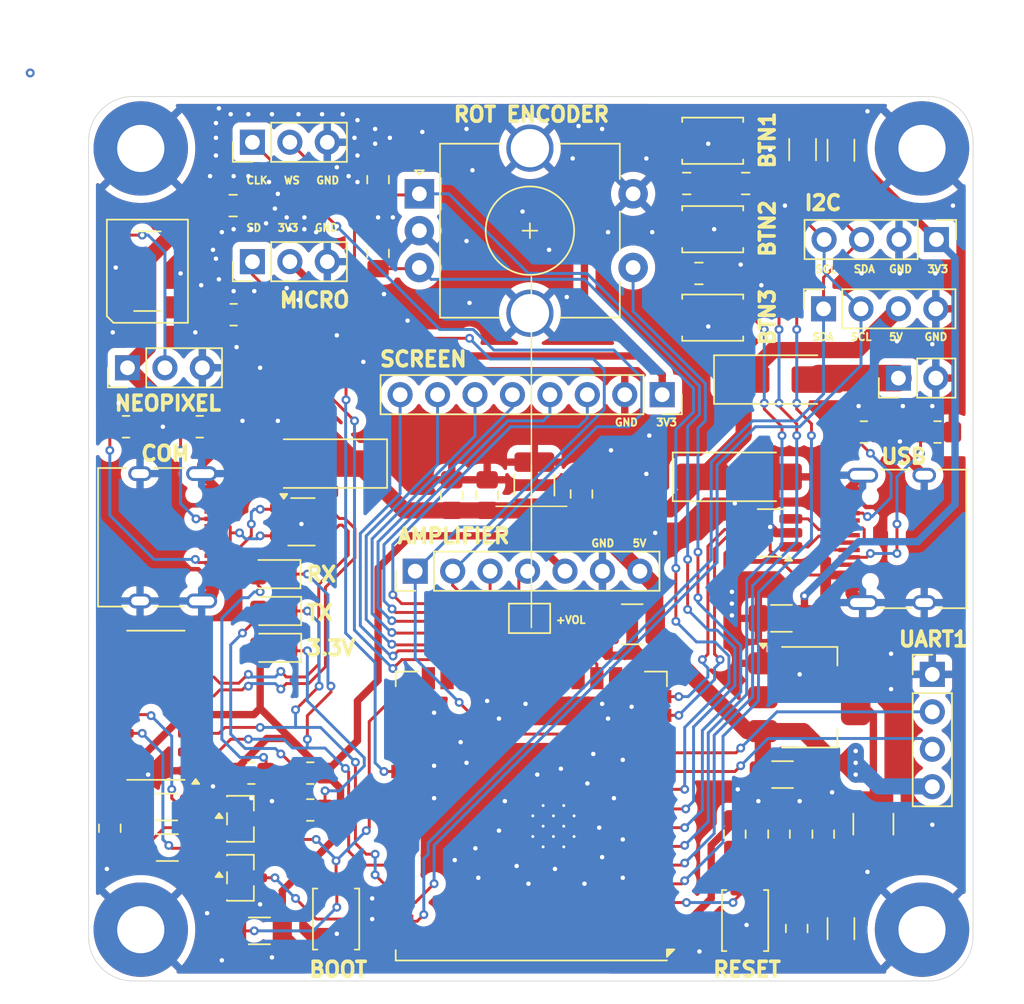
<source format=kicad_pcb>
(kicad_pcb (version 20241229) (generator "pcbnew") (generator_version "9.0")
  (layers (0 "F.Cu" signal) (2 "B.Cu" signal) (13 "F.Paste" user) (15 "B.Paste" user) (5 "F.SilkS" user "F.Silkscreen") (7 "B.SilkS" user "B.Silkscreen") (1 "F.Mask" user) (3 "B.Mask" user) (25 "Edge.Cuts" user))
  (net 0 "")
  (net 1 "SDA")
  (net 2 "SCL")
  (net 3 "3V3")
  (net 4 "VCC_5V")
  (net 5 "EN")
  (net 6 "Net-(D1-K)")
  (net 7 "USB_P")
  (net 8 "USB_N")
  (net 9 "Net-(J1-CC1)")
  (net 10 "ROTA")
  (net 12 "Net-(J1-CC2)")
  (net 14 "ROTB")
  (net 15 "Net-(D2-A)")
  (net 16 "RX0")
  (net 17 "VBUS_UART")
  (net 18 "VBUS_NP")
  (net 19 "VCC")
  (net 20 "NEOPIXEL+")
  (net 21 "Net-(D6-DIN)")
  (net 22 "TX0")
  (net 30 "GND")
  (net 31 "Net-(D7-A)")
  (net 34 "in_USB_D+")
  (net 35 "Net-(J3-CC2)")
  (net 36 "in_USB_D-")
  (net 37 "Net-(J3-CC1)")
  (net 38 "CS")
  (net 39 "BOOT")
  (net 40 "RST")
  (net 41 "DC")
  (net 42 "SCLK")
  (net 43 "BLK")
  (net 44 "MOSI")
  (net 45 "Net-(J7-Pin_4)")
  (net 46 "DIN")
  (net 47 "CLK")
  (net 48 "WS")
  (net 49 "SD_MIC")
  (net 50 "Net-(Q1-B)")
  (net 51 "RTS")
  (net 52 "Net-(Q2-B)")
  (net 53 "DTR")
  (net 54 "NEOPIXEL")
  (net 55 "BTN1")
  (net 56 "BTN2")
  (net 57 "BTN3")
  (net 58 "ROTS1")
  (net 60 "in_USB_N")
  (net 61 "in_USB_P")
  (net 63 "USB_D-")
  (net 66 "USB_D+")
  (net 70 "RX1")
  (net 71 "TX1")
  (footprint "Resistor_SMD:R_1206_3216Metric_Pad1.30x1.75mm_HandSolder" (layer "F.Cu") (at 141.3 129.55 180)
    (property "Reference" "R14" (hide yes))
    (property "Value" "10k")
  )
  (footprint "Connector_PinHeader_2.54mm:PinHeader_1x04_P2.54mm_Vertical" (layer "F.Cu") (at 193.2 117.8)
    (property "Reference" "UART1" (hide yes))
    (property "Value" "Conn_01x04_Pin")
  )
  (footprint "Resistor_SMD:R_1206_3216Metric_Pad1.30x1.75mm_HandSolder" (layer "F.Cu") (at 141.25 126.8 180)
    (property "Reference" "R13" (hide yes))
    (property "Value" "10k")
  )
  (footprint "Capacitor_SMD:C_1206_3216Metric_Pad1.33x1.80mm_HandSolder" (layer "F.Cu") (at 183.0375 124.6)
    (property "Reference" "C5" (hide yes))
    (property "Value" "10uF")
  )
  (footprint "Package_TO_SOT_SMD:SOT-23-6_Handsoldering" (layer "F.Cu") (at 182.25 108.2 180)
    (property "Reference" "U2" (hide yes))
    (property "Value" "USBLC6-2SC6")
  )
  (footprint "LED_SMD:LED_WS2812B_PLCC4_5.0x5.0mm_P3.2mm" (layer "F.Cu") (at 139.95 90.45 -90)
    (property "Reference" "D6" (hide yes))
    (property "Value" "WS2812B")
  )
  (footprint "Button_Switch_SMD:SW_Push_SPST_NO_Alps_SKRK" (layer "F.Cu") (at 152.75 134.4 90)
    (property "Reference" "SW1" (hide yes))
    (property "Value" "SW_Push")
  )
  (footprint "MountingHole:MountingHole_3.2mm_M3_Pad" (layer "F.Cu") (at 139.5 82.12)
    (property "Reference" "H2" (hide yes))
    (property "Value" "MountingHole_Pad")
  )
  (footprint "Package_TO_SOT_SMD:SOT-23-3" (layer "F.Cu") (at 146.2625 131.6)
    (property "Reference" "Q1" (hide yes))
    (property "Value" "S8050")
  )
  (footprint "Diode_SMD:D_SMA_Handsoldering" (layer "F.Cu") (at 180.1 104.4)
    (property "Reference" "D4" (hide yes))
    (property "Value" "SS34")
  )
  (footprint "Capacitor_SMD:C_0805_2012Metric_Pad1.18x1.45mm_HandSolder" (layer "F.Cu") (at 137.4 128.2375 -90)
    (property "Reference" "C1" (hide yes))
    (property "Value" "100nF")
  )
  (footprint "Button_Switch_SMD:SW_Push_SPST_NO_Alps_SKRK" (layer "F.Cu") (at 178.3 93.6)
    (property "Reference" "SW5" (hide yes))
    (property "Value" "SW_Push")
  )
  (footprint "MountingHole:MountingHole_3.2mm_M3_Pad" (layer "F.Cu") (at 192.5 82.12)
    (property "Reference" "H1" (hide yes))
    (property "Value" "MountingHole_Pad")
  )
  (footprint "Package_TO_SOT_SMD:SOT-223-3_TabPin2" (layer "F.Cu") (at 184.85 119.35)
    (property "Reference" "U4" (hide yes))
    (property "Value" "AMS1117-3.3 (UMW)")
  )
  (footprint "Resistor_SMD:R_0805_2012Metric_Pad1.20x1.40mm_HandSolder" (layer "F.Cu") (at 143.5 101)
    (property "Reference" "R12" (hide yes))
    (property "Value" "5.1k")
  )
  (footprint "Button_Switch_SMD:SW_Push_SPST_NO_Alps_SKRK" (layer "F.Cu") (at 180.5 134.5 90)
    (property "Reference" "SW2" (hide yes))
    (property "Value" "SW_Push")
  )
  (footprint "Capacitor_SMD:C_0805_2012Metric_Pad1.18x1.45mm_HandSolder" (layer "F.Cu") (at 184 135.0375 -90)
    (property "Reference" "C2" (hide yes))
    (property "Value" "1uF")
  )
  (footprint "Connector_PinHeader_2.54mm:PinHeader_1x03_P2.54mm_Vertical" (layer "F.Cu") (at 138.6 97 90)
    (property "Reference" "J2" (hide yes))
    (property "Value" "Conn_01x03_Pin")
  )
  (footprint "Connector_PinSocket_2.54mm:PinSocket_1x08_P2.54mm_Vertical" (layer "F.Cu") (at 174.875 98.825 -90)
    (property "Reference" "J4" (hide yes))
    (property "Value" "Conn_01x08_Socket")
  )
  (footprint "Capacitor_SMD:C_1210_3225Metric_Pad1.33x2.70mm_HandSolder" (layer "F.Cu") (at 189.2 127.9625 -90)
    (property "Reference" "C9" (hide yes))
    (property "Value" "100uF")
  )
  (footprint "LED_SMD:LED_0805_2012Metric_Pad1.15x1.40mm_HandSolder" (layer "F.Cu") (at 148.475 111 180)
    (property "Reference" "D2" (hide yes))
    (property "Value" "~")
  )
  (footprint "Capacitor_SMD:C_0805_2012Metric_Pad1.18x1.45mm_HandSolder" (layer "F.Cu") (at 179.8 128.6375 -90)
    (property "Reference" "C19" (hide yes))
    (property "Value" "10nF")
  )
  (footprint "Capacitor_SMD:C_0805_2012Metric_Pad1.18x1.45mm_HandSolder" (layer "F.Cu") (at 177.3625 90.6)
    (property "Reference" "C16" (hide yes))
    (property "Value" "1uF")
  )
  (footprint "Resistor_SMD:R_1206_3216Metric_Pad1.30x1.75mm_HandSolder" (layer "F.Cu") (at 187 82.25 -90)
    (property "Reference" "R6" (hide yes))
    (property "Value" "10k")
  )
  (footprint "Diode_SMD:D_SMA_Handsoldering" (layer "F.Cu") (at 182.9 97.8)
    (property "Reference" "D5" (hide yes))
    (property "Value" "SS34")
  )
  (footprint "Connector_USB:USB_C_Receptacle_HRO_TYPE-C-31-M-12" (layer "F.Cu") (at 140.5 108.5 -90)
    (property "Reference" "J3" (hide yes))
    (property "Value" "USB_C_Receptacle_USB2.0_16P")
  )
  (footprint "Capacitor_SMD:C_0805_2012Metric_Pad1.18x1.45mm_HandSolder" (layer "F.Cu") (at 155.6 84.2375 90)
    (property "Reference" "C4" (hide yes))
    (property "Value" "100nF")
  )
  (footprint "Package_SO:SOIC-16_3.9x9.9mm_P1.27mm" (layer "F.Cu") (at 140.525 119.895 180)
    (property "Reference" "U1" (hide yes))
    (property "Value" "CH340C")
  )
  (footprint "Rotary_Encoder:RotaryEncoder_Alps_EC11E-Switch_Vertical_H20mm_CircularMountingHoles" (layer "F.Cu") (at 158.4 85.2)
    (property "Reference" "SW6" (hide yes))
    (property "Value" "RotaryEncoder_Switch_MP")
  )
  (footprint "Button_Switch_SMD:SW_Push_SPST_NO_Alps_SKRK" (layer "F.Cu") (at 178.3 87.6)
    (property "Reference" "SW4" (hide yes))
    (property "Value" "SW_Push")
  )
  (footprint "Capacitor_SMD:C_0805_2012Metric_Pad1.18x1.45mm_HandSolder" (layer "F.Cu") (at 169.4 105.5625 90)
    (property "Reference" "C6" (hide yes))
    (property "Value" "100nF")
  )
  (footprint "Package_TO_SOT_SMD:SOT-23-6_Handsoldering" (layer "F.Cu") (at 150.4 107.45)
    (property "Reference" "U3" (hide yes))
    (property "Value" "USBLC6-2SC6")
  )
  (footprint "Resistor_SMD:R_0805_2012Metric_Pad1.20x1.40mm_HandSolder" (layer "F.Cu") (at 151 127 180)
    (property "Reference" "R4" (hide yes))
    (property "Value" "330")
  )
  (footprint "Capacitor_SMD:C_1206_3216Metric_Pad1.33x1.80mm_HandSolder" (layer "F.Cu") (at 182.9625 114 180)
    (property "Reference" "C7" (hide yes))
    (property "Value" "10uF")
  )
  (footprint "Capacitor_SMD:C_1210_3225Metric_Pad1.33x2.70mm_HandSolder" (layer "F.Cu") (at 172.8375 114.4 180)
    (property "Reference" "C17" (hide yes))
    (property "Value" "100uF")
  )
  (footprint "Resistor_SMD:R_0805_2012Metric_Pad1.20x1.40mm_HandSolder" (layer "F.Cu") (at 151 124.5)
    (property "Reference" "R9" (hide yes))
    (property "Value" "470")
  )
  (footprint "Package_TO_SOT_SMD:SOT-23-3" (layer "F.Cu") (at 146.2625 127.6)
    (property "Reference" "Q2" (hide yes))
    (property "Value" "S8050")
  )
  (footprint "Capacitor_SMD:C_0805_2012Metric_Pad1.18x1.45mm_HandSolder" (layer "F.Cu") (at 145.7625 86)
    (property "Reference" "C12" (hide yes))
    (property "Value" "100nF")
  )
  (footprint "Capacitor_SMD:C_1210_3225Metric_Pad1.33x2.70mm_HandSolder" (layer "F.Cu") (at 166.2 104.9625 90)
    (property "Reference" "C18" (hide yes))
    (property "Value" "100uF")
  )
  (footprint "Diode_SMD:D_SMA_Handsoldering" (layer "F.Cu") (at 151.7 103.5 180)
    (property "Reference" "D3" (hide yes))
    (property "Value" "SS34")
  )
  (footprint "LED_SMD:LED_0805_2012Metric_Pad1.15x1.40mm_HandSolder" (layer "F.Cu") (at 148.525 116 180)
    (property "Reference" "D1" (hide yes))
    (property "Value" "~")
  )
  (footprint "MountingHole:MountingHole_3.2mm_M3_Pad" (layer "F.Cu") (at 192.5 135.12)
    (property "Reference" "H3" (hide yes))
    (property "Value" "MountingHole_Pad")
  )
  (footprint "Resistor_SMD:R_0805_2012Metric_Pad1.20x1.40mm_HandSolder" (layer "F.Cu") (at 193.555 101.36)
    (property "Reference" "R2" (hide yes))
    (property "Value" "5.1k")
  )
  (footprint "Resistor_SMD:R_0805_2012Metric_Pad1.20x1.40mm_HandSolder" (layer "F.Cu") (at 188.555 101.36)
    (property "Reference" "R3" (hide yes))
    (property "Value" "5.1k")
  )
  (footprint "Resistor_SMD:R_0805_2012Metric_Pad1.20x1.40mm_HandSolder" (layer "F.Cu") (at 147 124.5 180)
    (property "Reference" "R8" (hide yes))
    (property "Value" "470")
  )
  (footprint "Resistor_SMD:R_1206_3216Metric_Pad1.30x1.75mm_HandSolder" (layer "F.Cu") (at 187 135.05 -90)
    (property "Reference" "R10" (hide yes))
    (property "Value" "10k")
  )
  (footprint "Connector_PinHeader_2.54mm:PinHeader_1x03_P2.54mm_Vertical" (layer "F.Cu") (at 147.075 81.7 90)
    (property "Reference" "J10" (hide yes))
    (property "Value" "Conn_01x03_Pin")
  )
  (footprint "Resistor_SMD:R_0805_2012Metric_Pad1.20x1.40mm_HandSolder" (layer "F.Cu") (at 138.5 101)
    (property "Reference" "R11" (hide yes))
    (property "Value" "5.1k")
  )
  (footprint "Connector_USB:USB_C_Receptacle_HRO_TYPE-C-31-M-12" (layer "F.Cu") (at 191.6 108.61 90)
    (property "Reference" "J1" (hide yes))
    (property "Value" "USB_C_Receptacle_USB2.0_16P")
  )
  (footprint "Connector_PinHeader_2.54mm:PinHeader_1x07_P2.54mm_Vertical" (layer "F.Cu") (at 158.12 110.8 90)
    (property "Reference" "J7" (hide yes))
    (property "Value" "Conn_01x07_Pin")
  )
  (footprint "Connector_PinSocket_2.54mm:PinSocket_1x04_P2.54mm_Vertical" (layer "F.Cu") (at 185.82 93 90)
    (property "Reference" "I2C1" (hide yes))
    (property "Value" "Conn_01x04_Pin")
  )
  (footprint "Capacitor_SMD:C_0805_2012Metric_Pad1.18x1.45mm_HandSolder" (layer "F.Cu") (at 182.8 128.6375 -90)
    (property "Reference" "C11" (hide yes))
    (property "Value" "100nF")
  )
  (footprint "Resistor_SMD:R_0805_2012Metric_Pad1.20x1.40mm_HandSolder" (layer "F.Cu") (at 145.8 93.4 180)
    (property "Reference" "R7" (hide yes))
    (property "Value" "470")
  )
  (footprint "Capacitor_SMD:C_0805_2012Metric_Pad1.18x1.45mm_HandSolder" (layer "F.Cu") (at 180.5375 84.5)
    (property "Reference" "C14" (hide yes))
    (property "Value" "1uF")
  )
  (footprint "LED_SMD:LED_0805_2012Metric_Pad1.15x1.40mm_HandSolder" (layer "F.Cu") (at 148.525 113.5 180)
    (property "Reference" "D7" (hide yes))
    (property "Value" "~")
  )
  (footprint "Connector_PinHeader_2.54mm:PinHeader_1x03_P2.54mm_Vertical" (layer "F.Cu") (at 147.075 89.8 90)
    (property "Reference" "J9" (hide yes))
    (property "Value" "Conn_01x03_Pin")
  )
  (footprint "Connector_PinHeader_2.54mm:PinHeader_1x02_P2.54mm_Vertical" (layer "F.Cu") (at 190.9 97.7 90)
    (property "Reference" "J5" (hide yes))
    (property "Value" "Conn_01x02_Pin")
  )
  (footprint "Connector_PinHeader_2.54mm:PinHeader_1x04_P2.54mm_Vertical" (layer "F.Cu") (at 193.48 88.3 -90)
    (property "Reference" "J6" (hide yes))
    (property "Value" "Conn_01x04_Pin")
  )
  (footprint "Resistor_SMD:R_1206_3216Metric_Pad1.30x1.75mm_HandSolder" (layer "F.Cu") (at 184.4 82.2 -90)
    (property "Reference" "R5" (hide yes))
    (property "Value" "10k")
  )
  (footprint "Capacitor_SMD:C_0805_2012Metric_Pad1.18x1.45mm_HandSolder" (layer "F.Cu") (at 163 105.6375 90)
    (property "Reference" "C8" (hide yes))
    (property "Value" "10nF")
  )
  (footprint "Capacitor_SMD:C_0805_2012Metric_Pad1.18x1.45mm_HandSolder" (layer "F.Cu") (at 155.6 89.2375 90)
    (property "Reference" "C13" (hide yes))
    (property "Value" "100nF")
  )
  (footprint "Capacitor_SMD:C_0805_2012Metric_Pad1.18x1.45mm_HandSolder" (layer "F.Cu") (at 176.5375 84.5 180)
    (property "Reference" "C15" (hide yes))
    (property "Value" "1uF")
  )
  (footprint "Capacitor_SMD:C_0805_2012Metric_Pad1.18x1.45mm_HandSolder" (layer "F.Cu") (at 160.6 105.6375 90)
    (property "Reference" "C3" (hide yes))
    (property "Value" "10uF")
  )
  (footprint "Resistor_SMD:R_1206_3216Metric_Pad1.30x1.75mm_HandSolder" (layer "F.Cu") (at 147.55 135.2 180)
    (property "Reference" "R1" (hide yes))
    (property "Value" "10k")
  )
  (footprint "RF_Module:ESP32-S3-WROOM-1U" (layer "F.Cu") (at 165.995606 127.41 180)
    (property "Reference" "U6" (hide yes))
    (property "Value" "ESP32-S3-WROOM-1")
  )
  (footprint "Button_Switch_SMD:SW_Push_SPST_NO_Alps_SKRK" (layer "F.Cu") (at 178.3 81.6)
    (property "Reference" "SW3" (hide yes))
    (property "Value" "SW_Push")
  )
  (footprint "Jumper:SolderJumper-2_P1.3mm_Open_TrianglePad1.0x1.5mm" (layer "F.Cu") (at 165.875 114)
    (property "Reference" "JP1" (hide yes))
    (property "Value" "SolderJumper_2_Open")
  )
  (footprint "Capacitor_SMD:C_0805_2012Metric_Pad1.18x1.45mm_HandSolder" (layer "F.Cu") (at 185.8 128.6375 -90)
    (property "Reference" "C10" (hide yes))
    (property "Value" "10uF")
  )
  (footprint "MountingHole:MountingHole_3.2mm_M3_Pad" (layer "F.Cu") (at 139.5 135.12)
    (property "Reference" "H4" (hide yes))
    (property "Value" "MountingHole_Pad")
  )
  (gr_line (start 166 106.4) (end 163.6 106.4) (stroke (width 0.1)) (layer "F.SilkS"))
  (gr_line (start 166 106.4) (end 166 108.8) (stroke (width 0.1)) (layer "F.SilkS"))
  (gr_line (start 166 106.4) (end 168.4 106.4) (stroke (width 0.1)) (layer "F.SilkS"))
  (gr_line (start 166 106.4) (end 166 103.6) (stroke (width 0.1)) (layer "F.SilkS"))
  (gr_line (start 166 114.625) (end 166 90.825) (stroke (width 0.1)) (layer "F.SilkS"))
  (gr_arc (start 138.96 138.6) (mid 136.83868 137.72132) (end 135.96 135.6) (stroke (width 0.05)) (layer "Edge.Cuts"))
  (gr_arc (start 195.96 135.6) (mid 195.08132 137.72132) (end 192.96 138.6) (stroke (width 0.05)) (layer "Edge.Cuts"))
  (gr_line (start 195.96 81.6) (end 195.96 135.6) (stroke (width 0.05)) (layer "Edge.Cuts"))
  (gr_arc (start 135.96 81.6) (mid 136.83868 79.47868) (end 138.96 78.6) (stroke (width 0.05)) (layer "Edge.Cuts"))
  (gr_line (start 192.96 138.6) (end 138.96 138.6) (stroke (width 0.05)) (layer "Edge.Cuts"))
  (gr_line (start 138.96 78.6) (end 192.96 78.6) (stroke (width 0.05)) (layer "Edge.Cuts"))
  (gr_line (start 135.96 135.6) (end 135.96 81.6) (stroke (width 0.05)) (layer "Edge.Cuts"))
  (gr_arc (start 192.96 78.6) (mid 195.08132 79.47868) (end 195.96 81.6) (stroke (width 0.05)) (layer "Edge.Cuts"))
  (gr_text "SCL\n" (at 187.6 95.2 0) (layer "F.SilkS") (effects (font (size 0.5 0.5) (thickness 0.125) (bold yes)) (justify left bottom)))
  (gr_text "I2C" (at 184.4 86.4 0) (layer "F.SilkS") (effects (font (size 1 1) (thickness 0.25) (bold yes)) (justify left bottom)))
  (gr_text "BTN2" (at 182.6 89.6 90) (layer "F.SilkS") (effects (font (size 1 1) (thickness 0.25) (bold yes)) (justify left bottom)))
  (gr_text "TX" (at 150.6 114.2 0) (layer "F.SilkS") (effects (font (size 1 1) (thickness 0.25) (bold yes)) (justify left bottom)))
  (gr_text "UART1" (at 190.8 116 0) (layer "F.SilkS") (effects (font (size 1 1) (thickness 0.25) (bold yes)) (justify left bottom)))
  (gr_text "SCL\n" (at 185.2 90.6 0) (layer "F.SilkS") (effects (font (size 0.5 0.5) (thickness 0.125) (bold yes)) (justify left bottom)))
  (gr_text "ROT ENCODER" (at 160.6 80.4 0) (layer "F.SilkS") (effects (font (size 1 1) (thickness 0.25) (bold yes)) (justify left bottom)))
  (gr_text "+VOL" (at 167.6 114.4 0) (layer "F.SilkS") (effects (font (size 0.5 0.5) (thickness 0.125) (bold yes)) (justify left bottom)))
  (gr_text "GND" (at 171.6 101 0) (layer "F.SilkS") (effects (font (size 0.5 0.5) (thickness 0.125) (bold yes)) (justify left bottom)))
  (gr_text "BTN3" (at 182.6 95.6 90) (layer "F.SilkS") (effects (font (size 1 1) (thickness 0.25) (bold yes)) (justify left bottom)))
  (gr_text "NEOPIXEL" (at 137.6 100 0) (layer "F.SilkS") (effects (font (size 1 1) (thickness 0.25) (bold yes)) (justify left bottom)))
  (gr_text "5V" (at 190.2 95.2 0) (layer "F.SilkS") (effects (font (size 0.5 0.5) (thickness 0.125) (bold yes)) (justify left bottom)))
  (gr_text "GND" (at 190.2 90.6 0) (layer "F.SilkS") (effects (font (size 0.5 0.5) (thickness 0.125) (bold yes)) (justify left bottom)))
  (gr_text "3V3" (at 192.8 90.6 0) (layer "F.SilkS") (effects (font (size 0.5 0.5) (thickness 0.125) (bold yes)) (justify left bottom)))
  (gr_text "USB" (at 189.6 103.6 0) (layer "F.SilkS") (effects (font (size 1 1) (thickness 0.25) (bold yes)) (justify left bottom)))
  (gr_text "GND" (at 192.6 95.2 0) (layer "F.SilkS") (effects (font (size 0.5 0.5) (thickness 0.125) (bold yes)) (justify left bottom)))
  (gr_text "GND" (at 170 109.2 0) (layer "F.SilkS") (effects (font (size 0.5 0.5) (thickness 0.125) (bold yes)) (justify left bottom)))
  (gr_text "AMPLIFIER" (at 156.8 109 0) (layer "F.SilkS") (effects (font (size 1 1) (thickness 0.25) (bold yes)) (justify left bottom)))
  (gr_text "CLK   WS   GND\n\n\n\nSD   3V3   GND\n" (at 146.6 87.8 0) (layer "F.SilkS") (effects (font (size 0.5 0.5) (thickness 0.125) (bold yes)) (justify left bottom)))
  (gr_text "5V" (at 172.8 109.2 0) (layer "F.SilkS") (effects (font (size 0.5 0.5) (thickness 0.125) (bold yes)) (justify left bottom)))
  (gr_text "RX" (at 150.6 111.6 0) (layer "F.SilkS") (effects (font (size 1 1) (thickness 0.25) (bold yes)) (justify left bottom)))
  (gr_text "BOOT" (at 150.8 138.4 0) (layer "F.SilkS") (effects (font (size 1 1) (thickness 0.25) (bold yes)) (justify left bottom)))
  (gr_text "3V3" (at 174.4 101 0) (layer "F.SilkS") (effects (font (size 0.5 0.5) (thickness 0.125) (bold yes)) (justify left bottom)))
  (gr_text "RESET" (at 178.2 138.4 0) (layer "F.SilkS") (effects (font (size 1 1) (thickness 0.25) (bold yes)) (justify left bottom)))
  (gr_text "SCREEN" (at 155.6 97 0) (layer "F.SilkS") (effects (font (size 1 1) (thickness 0.25) (bold yes)) (justify left bottom)))
  (gr_text "MICRO\n" (at 148.8 93 0) (layer "F.SilkS") (effects (font (size 1 1) (thickness 0.25) (bold yes)) (justify left bottom)))
  (gr_text "SDA" (at 185 95.2 0) (layer "F.SilkS") (effects (font (size 0.5 0.5) (thickness 0.125) (bold yes)) (justify left bottom)))
  (gr_text "COM" (at 139.4 103.4 0) (layer "F.SilkS") (effects (font (size 1 1) (thickness 0.25) (bold yes)) (justify left bottom)))
  (gr_text "3.3V" (at 150.6 116.6 0) (layer "F.SilkS") (effects (font (size 1 1) (thickness 0.25) (bold yes)) (justify left bottom)))
  (gr_text "SDA" (at 187.8 90.6 0) (layer "F.SilkS") (effects (font (size 0.5 0.5) (thickness 0.125) (bold yes)) (justify left bottom)))
  (gr_text "BTN1" (at 182.6 83.6 90) (layer "F.SilkS") (effects (font (size 1 1) (thickness 0.25) (bold yes)) (justify left bottom)))
  (via (at 132 77) (size 0.6) (drill 0.3) (layers "F.Cu" "B.Cu") (net 0))
  (segment (start 188.4 88.3) (end 187 86.9) (width 0.2) (layer "F.Cu") (net 1))
  (segment (start 158.7 134.1) (end 158.25 134.55) (width 0.2) (layer "F.Cu") (net 1))
  (segment (start 185.82 93) (end 185.82 90.88) (width 0.2) (layer "F.Cu") (net 1))
  (segment (start 187 86.9) (end 187 83.8) (width 0.2) (layer "F.Cu") (net 1))
  (segment (start 158.25 134.55) (end 157.245606 134.55) (width 0.2) (layer "F.Cu") (net 1))
  (segment (start 185.82 90.88) (end 188.4 88.3) (width 0.2) (layer "F.Cu") (net 1))
  (via (at 158.7 134.1) (size 0.6) (drill 0.3) (layers "F.Cu" "B.Cu") (net 1))
  (segment (start 158.999 130.001) (end 158.999 129.2339) (width 0.2) (layer "B.Cu") (net 1))
  (segment (start 185.82 98.78) (end 185.82 93) (width 0.2) (layer "B.Cu") (net 1))
  (segment (start 184 100.6) (end 185.82 98.78) (width 0.2) (layer "B.Cu") (net 1))
  (segment (start 181 100.6) (end 184 100.6) (width 0.2) (layer "B.Cu") (net 1))
  (segment (start 158.7 134.1) (end 158.7 130.3) (width 0.2) (layer "B.Cu") (net 1))
  (segment (start 158.7 130.3) (end 158.999 130.001) (width 0.2) (layer "B.Cu") (net 1))
  (segment (start 178.2 103.4) (end 181 100.6) (width 0.2) (layer "B.Cu") (net 1))
  (segment (start 178.2 110.0329) (end 178.2 103.4) (width 0.2) (layer "B.Cu") (net 1))
  (segment (start 158.999 129.2339) (end 178.2 110.0329) (width 0.2) (layer "B.Cu") (net 1))
  (segment (start 158.12 133.28) (end 159.4 132) (width 0.2) (layer "F.Cu") (net 2))
  (segment (start 184.4 86.84) (end 184.4 83.75) (width 0.2) (layer "F.Cu") (net 2))
  (segment (start 185.86 88.3) (end 184.4 86.84) (width 0.2) (layer "F.Cu") (net 2))
  (segment (start 157.245606 133.28) (end 158.12 133.28) (width 0.2) (layer "F.Cu") (net 2))
  (via (at 159.4 132) (size 0.6) (drill 0.3) (layers "F.Cu" "B.Cu") (net 2))
  (segment (start 188.36 93) (end 185.86 90.5) (width 0.2) (layer "B.Cu") (net 2))
  (segment (start 159.4 129.4) (end 178.6 110.2) (width 0.2) (layer "B.Cu") (net 2))
  (segment (start 184.2 101) (end 188.36 96.84) (width 0.2) (layer "B.Cu") (net 2))
  (segment (start 159.4 132) (end 159.4 129.4) (width 0.2) (layer "B.Cu") (net 2))
  (segment (start 178.6 110.2) (end 178.6 103.6) (width 0.2) (layer "B.Cu") (net 2))
  (segment (start 178.6 103.6) (end 181.2 101) (width 0.2) (layer "B.Cu") (net 2))
  (segment (start 181.2 101) (end 184.2 101) (width 0.2) (layer "B.Cu") (net 2))
  (segment (start 188.36 96.84) (end 188.36 93) (width 0.2) (layer "B.Cu") (net 2))
  (segment (start 185.86 90.5) (end 185.86 88.3) (width 0.2) (layer "B.Cu") (net 2))
  (segment (start 188.2 93) (end 188.36 93) (width 0.2) (layer "B.Cu") (net 2))
  (segment (start 149.65 122.15) (end 148.05 122.15) (width 0.5) (layer "F.Cu") (net 3))
  (segment (start 152 124.5) (end 147.6 120.1) (width 0.5) (layer "F.Cu") (net 3))
  (segment (start 174.6 79.8) (end 169.6 84.8) (width 0.5) (layer "F.Cu") (net 3))
  (segment (start 154.2 122.3) (end 154.2 119.6) (width 0.5) (layer "F.Cu") (net 3))
  (segment (start 188.1 133.5) (end 191.8 129.8) (width 0.5) (layer "F.Cu") (net 3))
  (segment (start 174.745606 134.55) (end 173.533803 134.55) (width 0.5) (layer "F.Cu") (net 3))
  (segment (start 173.533803 134.55) (end 170.732803 137.351) (width 0.5) (layer "F.Cu") (net 3))
  (segment (start 147.17 120.53) (end 147.6 120.1) (width 0.5) (layer "F.Cu") (net 3))
  (segment (start 142.4409 120.53) (end 138.6309 124.34) (width 0.5) (layer "F.Cu") (net 3))
  (segment (start 179.8 127.6) (end 179.8 127.8) (width 0.5) (layer "F.Cu") (net 3))
  (segment (start 179.8 127.8) (end 178.2 129.4) (width 0.5) (layer "F.Cu") (net 3))
  (segment (start 176.65 134.55) (end 174.745606 134.55) (width 0.5) (layer "F.Cu") (net 3))
  (segment (start 184.525 112.475) (end 184.525 114) (width 0.5) (layer "F.Cu") (net 3))
  (segment (start 188 119.35) (end 189.2 120.55) (width 0.5) (layer "F.Cu") (net 3))
  (segment (start 143 120.53) (end 142.4409 120.53) (width 0.5) (layer "F.Cu") (net 3))
  (segment (start 169.6 84.8) (end 169.6 92.2) (width 0.5) (layer "F.Cu") (net 3))
  (segment (start 151.251 137.351) (end 149.1 135.2) (width 0.5) (layer "F.Cu") (net 3))
  (segment (start 152 124.5) (end 149.65 122.15) (width 0.5) (layer "F.Cu") (net 3))
  (segment (start 188 119.35) (end 181.7 119.35) (width 0.5) (layer "F.Cu") (net 3))
  (segment (start 188.326 82.026) (end 187 80.7) (width 0.5) (layer "F.Cu") (net 3))
  (segment (start 155.6 118.2) (end 155.6 110.6) (width 0.5) (layer "F.Cu") (net 3))
  (segment (start 153.051 125.551) (end 152 124.5) (width 0.5) (layer "F.Cu") (net 3))
  (segment (start 147.6 120.1) (end 147.6 116.1) (width 0.5) (layer "F.Cu") (net 3))
  (segment (start 191.8 129) (end 189.2 126.4) (width 0.5) (layer "F.Cu") (net 3))
  (segment (start 193.48 88.3) (end 188.326 83.146) (width 0.5) (layer "F.Cu") (net 3))
  (segment (start 170.732803 137.351) (end 151.251 137.351) (width 0.5) (layer "F.Cu") (net 3))
  (segment (start 173.6 96.2) (end 156.015 96.2) (width 0.5) (layer "F.Cu") (net 3))
  (segment (start 179.8 127.6) (end 182.8 127.6) (width 0.5) (layer "F.Cu") (net 3))
  (segment (start 149.1 132.5) (end 153.051 128.549) (width 0.5) (layer "F.Cu") (net 3))
  (segment (start 188 119.35) (end 184.525 115.875) (width 0.5) (layer "F.Cu") (net 3))
  (segment (start 153.051 128.549) (end 153.051 125.551) (width 0.5) (layer "F.Cu") (net 3))
  (segment (start 154.2 119.6) (end 155.6 118.2) (width 0.5) (layer "F.Cu") (net 3))
  (segment (start 183.55 79.8) (end 174.6 79.8) (width 0.5) (layer "F.Cu") (net 3))
  (segment (start 165.88 108.4) (end 168.28 110.8) (width 0.5) (layer "F.Cu") (net 3))
  (segment (start 138.6309 124.34) (end 138.05 124.34) (width 0.5) (layer "F.Cu") (net 3))
  (segment (start 156.015 96.2) (end 149.615 89.8) (width 0.5) (layer "F.Cu") (net 3))
  (segment (start 152 124.5) (end 154.2 122.3) (width 0.5) (layer "F.Cu") (net 3))
  (segment (start 185.8 127.6) (end 188 127.6) (width 0.5) (layer "F.Cu") (net 3))
  (segment (start 169.6 92.2) (end 174.875 97.475) (width 0.5) (layer "F.Cu") (net 3))
  (segment (start 174.875 98.825) (end 174.875 97.475) (width 0.5) (layer "F.Cu") (net 3))
  (segment (start 187 133.5) (end 188.1 133.5) (width 0.5) (layer "F.Cu") (net 3))
  (segment (start 184.525 115.875) (end 184.525 114) (width 0.5) (layer "F.Cu") (net 3))
  (segment (start 138.05 124.34) (end 137.4 124.99) (width 0.5) (layer "F.Cu") (net 3))
  (segment (start 189.2 120.55) (end 189.2 126.4) (width 0.5) (layer "F.Cu") (net 3))
  (segment (start 182.8 127.6) (end 185.8 127.6) (width 0.5) (layer "F.Cu") (net 3))
  (segment (start 184.4 80.65) (end 183.55 79.8) (width 0.5) (layer "F.Cu") (net 3))
  (segment (start 174.875 97.475) (end 173.6 96.2) (width 0.5) (layer "F.Cu") (net 3))
  (segment (start 149.1 135.2) (end 149.1 132.5) (width 0.5) (layer "F.Cu") (net 3))
  (segment (start 178.2 129.4) (end 178.2 133) (width 0.5) (layer "F.Cu") (net 3))
  (segment (start 157.8 108.4) (end 165.88 108.4) (width 0.5) (layer "F.Cu") (net 3))
  (segment (start 184.45 80.7) (end 184.4 80.65) (width 0.5) (layer "F.Cu") (net 3))
  (segment (start 188 127.6) (end 189.2 126.4) (width 0.5) (layer "F.Cu") (net 3))
  (segment (start 155.6 110.6) (end 157.8 108.4) (width 0.5) (layer "F.Cu") (net 3))
  (segment (start 191.8 129.8) (end 191.8 129) (width 0.5) (layer "F.Cu") (net 3))
  (segment (start 143 120.53) (end 147.17 120.53) (width 0.5) (layer "F.Cu") (net 3))
  (segment (start 137.4 124.99) (end 137.4 127.2) (width 0.5) (layer "F.Cu") (net 3))
  (segment (start 188.326 83.146) (end 188.326 82.026) (width 0.5) (layer "F.Cu") (net 3))
  (segment (start 148.05 122.15) (end 146 124.2) (width 0.5) (layer "F.Cu") (net 3))
  (segment (start 178.2 133) (end 176.65 134.55) (width 0.5) (layer "F.Cu") (net 3))
  (segment (start 147.6 116.1) (end 147.5 116) (width 0.5) (layer "F.Cu") (net 3))
  (segment (start 146 124.2) (end 146 124.5) (width 0.5) (layer "F.Cu") (net 3))
  (segment (start 187 80.7) (end 184.45 80.7) (width 0.5) (layer "F.Cu") (net 3))
  (via (at 184.525 112.475) (size 0.6) (drill 0.3) (layers "F.Cu" "B.Cu") (net 3))
  (segment (start 194.741 89.561) (end 193.48 88.3) (width 0.5) (layer "B.Cu") (net 3))
  (segment (start 184.525 112.475) (end 188.2 108.8) (width 0.5) (layer "B.Cu") (net 3))
  (segment (start 188.2 108.8) (end 192.2 108.8) (width 0.5) (layer "B.Cu") (net 3))
  (segment (start 194.741 106.259) (end 194.741 89.561) (width 0.5) (layer "B.Cu") (net 3))
  (segment (start 192.2 108.8) (end 194.741 106.259) (width 0.5) (layer "B.Cu") (net 3))
  (segment (start 166.2 106.525) (end 169.085 106.525) (width 1.1) (layer "F.Cu") (net 4))
  (segment (start 180.65 121.65) (end 181.7 121.65) (width 1.1) (layer "F.Cu") (net 4))
  (segment (start 180.4 97.8) (end 182.4 95.8) (width 1.1) (layer "F.Cu") (net 4))
  (segment (start 169.085 106.525) (end 173.36 110.8) (width 1.1) (layer "F.Cu") (net 4))
  (segment (start 166.2 106.525) (end 169.325 106.525) (width 1.1) (layer "F.Cu") (net 4))
  (segment (start 187.2 123.8) (end 188 123) (width 1.1) (layer "F.Cu") (net 4))
  (segment (start 174.4 114.4) (end 174.4 115.4) (width 1.1) (layer "F.Cu") (net 4))
  (segment (start 188.1 95.8) (end 190.9 93) (width 1.1) (layer "F.Cu") (net 4))
  (segment (start 140 95.6) (end 140 89.6) (width 1.1) (layer "F.Cu") (net 4))
  (segment (start 180.4 97.8) (end 180.4 101.6) (width 1.1) (layer "F.Cu") (net 4))
  (segment (start 160.6 106.675) (end 163 106.675) (width 1.1) (layer "F.Cu") (net 4))
  (segment (start 174.4 115.4) (end 180.65 121.65) (width 1.1) (layer "F.Cu") (net 4))
  (segment (start 154.2 103.5) (end 157.375 106.675) (width 1.1) (layer "F.Cu") (net 4))
  (segment (start 157.375 106.675) (end 160.6 106.675) (width 1.1) (layer "F.Cu") (net 4))
  (segment (start 181.7 121.65) (end 184.45 121.65) (width 1.1) (layer "F.Cu") (net 4))
  (segment (start 149.9 99.2) (end 140.8 99.2) (width 1.1) (layer "F.Cu") (net 4))
  (segment (start 140.8 99.2) (end 138.6 97) (width 1.1) (layer "F.Cu") (net 4))
  (segment (start 180.4 101.6) (end 177.6 104.4) (width 1.1) (layer "F.Cu") (net 4))
  (segment (start 182.4 95.8) (end 188.1 95.8) (width 1.1) (layer "F.Cu") (net 4))
  (segment (start 140 89.6) (end 141.6 88) (width 1.1) (layer "F.Cu") (net 4))
  (segment (start 169.325 106.525) (end 169.4 106.6) (width 1.1) (layer "F.Cu") (net 4))
  (segment (start 187.2 123.8) (end 188 124.6) (width 1.1) (layer "F.Cu") (net 4))
  (segment (start 166.05 106.675) (end 166.2 106.525) (width 1.1) (layer "F.Cu") (net 4))
  (segment (start 186.6 123.8) (end 188 123.8) (width 1.1) (layer "F.Cu") (net 4))
  (segment (start 138.6 97) (end 140 95.6) (width 1.1) (layer "F.Cu") (net 4))
  (segment (start 141.6 88) (end 142.725 88) (width 1.1) (layer "F.Cu") (net 4))
  (segment (start 142.725 88) (end 144.725 86) (width 1.1) (layer "F.Cu") (net 4))
  (segment (start 154.2 103.5) (end 149.9 99.2) (width 1.1) (layer "F.Cu") (net 4))
  (segment (start 181.7 121.65) (end 181.7 124.375) (width 1.1) (layer "F.Cu") (net 4))
  (segment (start 173.4 110.8) (end 174.4 111.8) (width 1.1) (layer "F.Cu") (net 4))
  (segment (start 163 106.675) (end 166.05 106.675) (width 1.1) (layer "F.Cu") (net 4))
  (segment (start 177.6 104.4) (end 175.4 106.6) (width 1.1) (layer "F.Cu") (net 4))
  (segment (start 186.6 123.8) (end 187.2 123.8) (width 1.1) (layer "F.Cu") (net 4))
  (segment (start 173.36 110.8) (end 173.4 110.8) (width 1.1) (layer "F.Cu") (net 4))
  (segment (start 181.7 124.375) (end 181.475 124.6) (width 1.1) (layer "F.Cu") (net 4))
  (segment (start 175.4 106.6) (end 169.4 106.6) (width 1.1) (layer "F.Cu") (net 4))
  (segment (start 174.4 111.8) (end 174.4 114.4) (width 1.1) (layer "F.Cu") (net 4))
  (segment (start 184.45 121.65) (end 186.6 123.8) (width 1.1) (layer "F.Cu") (net 4))
  (via (at 188 123.8) (size 0.6) (drill 0.3) (layers "F.Cu" "B.Cu") (net 4))
  (via (at 188 123) (size 0.6) (drill 0.3) (layers "F.Cu" "B.Cu") (net 4))
  (via (at 188 124.6) (size 0.6) (drill 0.3) (layers "F.Cu" "B.Cu") (net 4))
  (segment (start 188 124.6) (end 188.8 124.6) (width 1.1) (layer "B.Cu") (net 4))
  (segment (start 188.8 124.6) (end 189.6 125.4) (width 1.1) (layer "B.Cu") (net 4))
  (segment (start 188 124.6) (end 188 123) (width 1.1) (layer "B.Cu") (net 4))
  (segment (start 188 123.8) (end 189.6 125.4) (width 1.1) (layer "B.Cu") (net 4))
  (segment (start 188 123) (end 188 123.8) (width 1.1) (layer "B.Cu") (net 4))
  (segment (start 193.18 125.4) (end 193.2 125.42) (width 1.1) (layer "B.Cu") (net 4))
  (segment (start 189.6 125.4) (end 193.18 125.4) (width 1.1) (layer "B.Cu") (net 4))
  (segment (start 182.4 132.4) (end 184 134) (width 0.2) (layer "F.Cu") (net 5))
  (segment (start 184 134) (end 184.4 134) (width 0.2) (layer "F.Cu") (net 5))
  (segment (start 151.4 134.4) (end 153.4 134.4) (width 0.2) (layer "F.Cu") (net 5))
  (segment (start 153.4 134.4) (end 155.6 136.6) (width 0.2) (layer "F.Cu") (net 5))
  (segment (start 147.4 131.6) (end 148.6 131.6) (width 0.2) (layer "F.Cu") (net 5))
  (segment (start 155.6 136.6) (end 158.8 136.6) (width 0.2) (layer "F.Cu") (net 5))
  (segment (start 180.5 132.4) (end 182.4 132.4) (width 0.2) (layer "F.Cu") (net 5))
  (segment (start 179.68 133.28) (end 179.68 133.22) (width 0.2) (layer "F.Cu") (net 5))
  (segment (start 179.68 133.22) (end 180.5 132.4) (width 0.2) (layer "F.Cu") (net 5))
  (segment (start 184.4 134) (end 187 136.6) (width 0.2) (layer "F.Cu") (net 5))
  (segment (start 162.12 133.28) (end 174.745606 133.28) (width 0.2) (layer "F.Cu") (net 5))
  (segment (start 174.745606 133.28) (end 176.52 133.28) (width 0.2) (layer "F.Cu") (net 5))
  (segment (start 150 133) (end 151.4 134.4) (width 0.2) (layer "F.Cu") (net 5))
  (segment (start 158.8 136.6) (end 162.12 133.28) (width 0.2) (layer "F.Cu") (net 5))
  (via (at 176.52 133.28) (size 0.6) (drill 0.3) (layers "F.Cu" "B.Cu") (net 5))
  (via (at 150 133) (size 0.6) (drill 0.3) (layers "F.Cu" "B.Cu") (net 5))
  (via (at 179.68 133.28) (size 0.6) (drill 0.3) (layers "F.Cu" "B.Cu") (net 5))
  (via (at 148.6 131.6) (size 0.6) (drill 0.3) (layers "F.Cu" "B.Cu") (net 5))
  (segment (start 179.68 133.28) (end 176.52 133.28) (width 0.2) (layer "B.Cu") (net 5))
  (segment (start 148.6 131.6) (end 150 133) (width 0.2) (layer "B.Cu") (net 5))
  (segment (start 149.75 116.2) (end 149.55 116) (width 0.2) (layer "F.Cu") (net 6))
  (segment (start 150.8 116.2) (end 149.75 116.2) (width 0.2) (layer "F.Cu") (net 6))
  (segment (start 152 127) (end 152 125.7) (width 0.2) (layer "F.Cu") (net 6))
  (via (at 150.8 116.2) (size 0.6) (drill 0.3) (layers "F.Cu" "B.Cu") (net 6))
  (via (at 152 125.7) (size 0.6) (drill 0.3) (layers "F.Cu" "B.Cu") (net 6))
  (segment (start 154.663152 124.010796) (end 154.663152 123.463152) (width 0.2) (layer "B.Cu") (net 6))
  (segment (start 150.8 119.6) (end 150.8 116.2) (width 0.2) (layer "B.Cu") (net 6))
  (segment (start 154.663152 123.463152) (end 150.8 119.6) (width 0.2) (layer "B.Cu") (net 6))
  (segment (start 152 125.7) (end 152.973948 125.7) (width 0.2) (layer "B.Cu") (net 6))
  (segment (start 152.973948 125.7) (end 154.663152 124.010796) (width 0.2) (layer "B.Cu") (net 6))
  (segment (start 176 119.31) (end 174.745606 119.31) (width 0.2) (layer "F.Cu") (net 7))
  (segment (start 177.974999 116.425001) (end 177.974999 109.106803) (width 0.2) (layer "F.Cu") (net 7))
  (segment (start 177.974999 109.106803) (end 179.106802 107.975) (width 0.2) (layer "F.Cu") (net 7))
  (segment (start 180.08601 107.574) (end 180.121 107.574) (width 0.2) (layer "F.Cu") (net 7))
  (segment (start 180.121 107.574) (end 180.445 107.25) (width 0.2) (layer "F.Cu") (net 7))
  (segment (start 177.6 116.8) (end 177.974999 116.425001) (width 0.2) (layer "F.Cu") (net 7))
  (segment (start 180.445 107.25) (end 180.9 107.25) (width 0.2) (layer "F.Cu") (net 7))
  (segment (start 179.68501 107.975) (end 180.08601 107.574) (width 0.2) (layer "F.Cu") (net 7))
  (segment (start 179.106802 107.975) (end 179.68501 107.975) (width 0.2) (layer "F.Cu") (net 7))
  (via (at 176 119.31) (size 0.6) (drill 0.3) (layers "F.Cu" "B.Cu") (net 7))
  (via (at 177.6 116.8) (size 0.6) (drill 0.3) (layers "F.Cu" "B.Cu") (net 7))
  (segment (start 177.975 117.968603) (end 176.633603 119.31) (width 0.2) (layer "B.Cu") (net 7))
  (segment (start 177.6 117) (end 177.975 117.375) (width 0.2) (layer "B.Cu") (net 7))
  (segment (start 177.6 116.8) (end 177.6 117) (width 0.2) (layer "B.Cu") (net 7))
  (segment (start 176.633603 119.31) (end 176 119.31) (width 0.2) (layer "B.Cu") (net 7))
  (segment (start 177.975 117.375) (end 177.975 117.968603) (width 0.2) (layer "B.Cu") (net 7))
  (segment (start 176 120.58) (end 174.745606 120.58) (width 0.2) (layer "F.Cu") (net 8))
  (segment (start 178.425001 116.425001) (end 178.425001 109.293197) (width 0.2) (layer "F.Cu") (net 8))
  (segment (start 179.293198 108.425) (end 179.68501 108.425) (width 0.2) (layer "F.Cu") (net 8))
  (segment (start 180.121 108.826) (end 180.445 109.15) (width 0.2) (layer "F.Cu") (net 8))
  (segment (start 180.08601 108.826) (end 180.121 108.826) (width 0.2) (layer "F.Cu") (net 8))
  (segment (start 179.68501 108.425) (end 180.08601 108.826) (width 0.2) (layer "F.Cu") (net 8))
  (segment (start 178.425001 109.293197) (end 179.293198 108.425) (width 0.2) (layer "F.Cu") (net 8))
  (segment (start 178.8 116.8) (end 178.425001 116.425001) (width 0.2) (layer "F.Cu") (net 8))
  (segment (start 180.445 109.15) (end 180.9 109.15) (width 0.2) (layer "F.Cu") (net 8))
  (via (at 178.8 116.8) (size 0.6) (drill 0.3) (layers "F.Cu" "B.Cu") (net 8))
  (via (at 176 120.58) (size 0.6) (drill 0.3) (layers "F.Cu" "B.Cu") (net 8))
  (segment (start 178.8 116.8) (end 178.8 117) (width 0.2) (layer "B.Cu") (net 8))
  (segment (start 178.8 117) (end 178.425 117.375) (width 0.2) (layer "B.Cu") (net 8))
  (segment (start 178.425 118.155) (end 176 120.58) (width 0.2) (layer "B.Cu") (net 8))
  (segment (start 178.425 117.375) (end 178.425 118.155) (width 0.2) (layer "B.Cu") (net 8))
  (segment (start 190.8 109.6) (end 190.8 107.6) (width 0.2) (layer "F.Cu") (net 9))
  (segment (start 192.4 101.515) (end 192.555 101.36) (width 0.2) (layer "F.Cu") (net 9))
  (segment (start 188.74 109.86) (end 189 109.6) (width 0.2) (layer "F.Cu") (net 9))
  (segment (start 192.4 102.8) (end 192.4 101.515) (width 0.2) (layer "F.Cu") (net 9))
  (segment (start 187.555 109.86) (end 188.74 109.86) (width 0.2) (layer "F.Cu") (net 9))
  (via (at 192.4 102.8) (size 0.6) (drill 0.3) (layers "F.Cu" "B.Cu") (net 9))
  (via (at 190.8 109.6) (size 0.6) (drill 0.3) (layers "F.Cu" "B.Cu") (net 9))
  (via (at 189 109.6) (size 0.6) (drill 0.3) (layers "F.Cu" "B.Cu") (net 9))
  (via (at 190.8 107.6) (size 0.6) (drill 0.3) (layers "F.Cu" "B.Cu") (net 9))
  (segment (start 190.8 104.4) (end 192.4 102.8) (width 0.2) (layer "B.Cu") (net 9))
  (segment (start 189 109.6) (end 190.8 109.6) (width 0.2) (layer "B.Cu") (net 9))
  (segment (start 190.8 107.6) (end 190.8 104.4) (width 0.2) (layer "B.Cu") (net 9))
  (segment (start 176.6 113.4) (end 176.6 110) (width 0.2) (layer "F.Cu") (net 10))
  (segment (start 155.6 85.275) (end 158.325 85.275) (width 0.2) (layer "F.Cu") (net 10))
  (segment (start 158.325 85.275) (end 158.4 85.2) (width 0.2) (layer "F.Cu") (net 10))
  (segment (start 176.47 126.93) (end 174.745606 126.93) (width 0.2) (layer "F.Cu") (net 10))
  (via (at 176.47 126.93) (size 0.6) (drill 0.3) (layers "F.Cu" "B.Cu") (net 10))
  (via (at 176.6 110) (size 0.6) (drill 0.3) (layers "F.Cu" "B.Cu") (net 10))
  (via (at 176.6 113.4) (size 0.6) (drill 0.3) (layers "F.Cu" "B.Cu") (net 10))
  (segment (start 169.7661 90.599) (end 177.401 98.2339) (width 0.2) (layer "B.Cu") (net 10))
  (segment (start 160.4 85.2) (end 165.799 90.599) (width 0.2) (layer "B.Cu") (net 10))
  (segment (start 179.802 116.002) (end 179.802 118.5651) (width 0.2) (layer "B.Cu") (net 10))
  (segment (start 177.401 98.2339) (end 177.401 100.1661) (width 0.2) (layer "B.Cu") (net 10))
  (segment (start 179.802 118.5651) (end 177.001 121.3661) (width 0.2) (layer "B.Cu") (net 10))
  (segment (start 178 114.8) (end 178.6 114.8) (width 0.2) (layer "B.Cu") (net 10))
  (segment (start 176.6 100.9671) (end 176.6 110) (width 0.2) (layer "B.Cu") (net 10))
  (segment (start 178.6 114.8) (end 179.802 116.002) (width 0.2) (layer "B.Cu") (net 10))
  (segment (start 177.001 126.399) (end 176.47 126.93) (width 0.2) (layer "B.Cu") (net 10))
  (segment (start 165.799 90.599) (end 169.7661 90.599) (width 0.2) (layer "B.Cu") (net 10))
  (segment (start 177.401 100.1661) (end 176.6 100.9671) (width 0.2) (layer "B.Cu") (net 10))
  (segment (start 158.4 85.2) (end 160.4 85.2) (width 0.2) (layer "B.Cu") (net 10))
  (segment (start 177.001 121.3661) (end 177.001 126.399) (width 0.2) (layer "B.Cu") (net 10))
  (segment (start 176.6 113.4) (end 178 114.8) (width 0.2) (layer "B.Cu") (net 10))
  (segment (start 188.62 107) (end 188.48 106.86) (width 0.2) (layer "F.Cu") (net 12))
  (segment (start 188.9975 102.8025) (end 187.555 101.36) (width 0.2) (layer "F.Cu") (net 12))
  (segment (start 188.8 107.096) (end 188.704 107) (width 0.2) (layer "F.Cu") (net 12))
  (segment (start 188.48 106.86) (end 187.555 106.86) (width 0.2) (layer "F.Cu") (net 12))
  (segment (start 188.704 107) (end 188.62 107) (width 0.2) (layer "F.Cu") (net 12))
  (via (at 188.8 107.096) (size 0.6) (drill 0.3) (layers "F.Cu" "B.Cu") (net 12))
  (via (at 188.9975 102.8025) (size 0.6) (drill 0.3) (layers "F.Cu" "B.Cu") (net 12))
  (segment (start 190.4 105.8) (end 189.104 107.096) (width 0.2) (layer "B.Cu") (net 12))
  (segment (start 189.104 107.096) (end 188.8 107.096) (width 0.2) (layer "B.Cu") (net 12))
  (segment (start 188.9975 102.8025) (end 190.4 104.205) (width 0.2) (layer "B.Cu") (net 12))
  (segment (start 190.4 104.205) (end 190.4 105.8) (width 0.2) (layer "B.Cu") (net 12))
  (segment (start 176.4 125.6) (end 174.805606 125.6) (width 0.2) (layer "F.Cu") (net 14))
  (segment (start 158.325 90.275) (end 158.4 90.2) (width 0.2) (layer "F.Cu") (net 14))
  (segment (start 174.805606 125.6) (end 174.745606 125.66) (width 0.2) (layer "F.Cu") (net 14))
  (segment (start 155.6 90.275) (end 158.325 90.275) (width 0.2) (layer "F.Cu") (net 14))
  (segment (start 175.8 114.2) (end 175.8 110.6) (width 0.2) (layer "F.Cu") (net 14))
  (via (at 175.8 110.6) (size 0.6) (drill 0.3) (layers "F.Cu" "B.Cu") (net 14))
  (via (at 176.4 125.6) (size 0.6) (drill 0.3) (layers "F.Cu" "B.Cu") (net 14))
  (via (at 175.8 114.2) (size 0.6) (drill 0.3) (layers "F.Cu" "B.Cu") (net 14))
  (segment (start 169.6 91) (end 159.2 91) (width 0.2) (layer "B.Cu") (net 14))
  (segment (start 179.401 118.399) (end 176.4 121.4) (width 0.2) (layer "B.Cu") (net 14))
  (segment (start 177 98.4) (end 169.6 91) (width 0.2) (layer "B.Cu") (net 14))
  (segment (start 176.4 121.4) (end 176.4 125.6) (width 0.2) (layer "B.Cu") (net 14))
  (segment (start 179.401 116.551057) (end 179.401 118.399) (width 0.2) (layer "B.Cu") (net 14))
  (segment (start 175.8 114.2) (end 177.2 115.6) (width 0.2) (layer "B.Cu") (net 14))
  (segment (start 177.2 115.6) (end 178.449943 115.6) (width 0.2) (layer "B.Cu") (net 14))
  (segment (start 178.449943 115.6) (end 179.401 116.551057) (width 0.2) (layer "B.Cu") (net 14))
  (segment (start 177 100) (end 177 98.4) (width 0.2) (layer "B.Cu") (net 14))
  (segment (start 159.2 91) (end 158.4 90.2) (width 0.2) (layer "B.Cu") (net 14))
  (segment (start 175.8 110.6) (end 175.8 101.2) (width 0.2) (layer "B.Cu") (net 14))
  (segment (start 175.8 101.2) (end 177 100) (width 0.2) (layer "B.Cu") (net 14))
  (segment (start 147.830331 123.430331) (end 147.856293 123.430331) (width 0.2) (layer "F.Cu") (net 15))
  (segment (start 147.6 112.2) (end 147.6 111.9) (width 0.2) (layer "F.Cu") (net 15))
  (segment (start 148 123.574038) (end 148 124.5) (width 0.2) (layer "F.Cu") (net 15))
  (segment (start 147.856293 123.430331) (end 148 123.574038) (width 0.2) (layer "F.Cu") (net 15))
  (segment (start 147.45 111.75) (end 147.45 111) (width 0.2) (layer "F.Cu") (net 15))
  (segment (start 147.6 111.9) (end 147.45 111.75) (width 0.2) (layer "F.Cu") (net 15))
  (via (at 147.830331 123.430331) (size 0.6) (drill 0.3) (layers "F.Cu" "B.Cu") (net 15))
  (via (at 147.6 112.2) (size 0.6) (drill 0.3) (layers "F.Cu" "B.Cu") (net 15))
  (segment (start 147.2 112.2) (end 146.8 112.6) (width 0.2) (layer "B.Cu") (net 15))
  (segment (start 146.4 112.6) (end 145 114) (width 0.2) (layer "B.Cu") (net 15))
  (segment (start 146.230331 123.430331) (end 147.830331 123.430331) (width 0.2) (layer "B.Cu") (net 15))
  (segment (start 146.8 112.6) (end 146.4 112.6) (width 0.2) (layer "B.Cu") (net 15))
  (segment (start 147.6 112.2) (end 147.2 112.2) (width 0.2) (layer "B.Cu") (net 15))
  (segment (start 145 114) (end 145 122.2) (width 0.2) (layer "B.Cu") (net 15))
  (segment (start 145 122.2) (end 146.230331 123.430331) (width 0.2) (layer "B.Cu") (net 15))
  (segment (start 153.602 124.402) (end 153.602 129.798) (width 0.2) (layer "F.Cu") (net 16))
  (segment (start 153.6 129.8) (end 154.54 130.74) (width 0.2) (layer "F.Cu") (net 16))
  (segment (start 152.4 119) (end 152.4 118.6) (width 0.2) (layer "F.Cu") (net 16))
  (segment (start 154.54 130.74) (end 157.245606 130.74) (width 0.2) (layer "F.Cu") (net 16))
  (segment (start 153.602 129.798) (end 153.6 129.8) (width 0.2) (layer "F.Cu") (net 16))
  (segment (start 150.8 122.2) (end 150.8 120.6) (width 0.2) (layer "F.Cu") (net 16))
  (segment (start 149.5 111) (end 150.8 111) (width 0.2) (layer "F.Cu") (net 16))
  (segment (start 144.73 123.07) (end 145.6 122.2) (width 0.2) (layer "F.Cu") (net 16))
  (segment (start 143 123.07) (end 144.73 123.07) (width 0.2) (layer "F.Cu") (net 16))
  (segment (start 145.6 122.2) (end 146.8 122.2) (width 0.2) (layer "F.Cu") (net 16))
  (segment (start 153.380331 124.180331) (end 153.602 124.402) (width 0.2) (layer "F.Cu") (net 16))
  (segment (start 150.8 120.6) (end 152.4 119) (width 0.2) (layer "F.Cu") (net 16))
  (via (at 150.8 122.2) (size 0.6) (drill 0.3) (layers "F.Cu" "B.Cu") (net 16))
  (via (at 152.4 118.6) (size 0.6) (drill 0.3) (layers "F.Cu" "B.Cu") (net 16))
  (via (at 146.8 122.2) (size 0.6) (drill 0.3) (layers "F.Cu" "B.Cu") (net 16))
  (via (at 153.380331 124.180331) (size 0.6) (drill 0.3) (layers "F.Cu" "B.Cu") (net 16))
  (via (at 150.8 111) (size 0.6) (drill 0.3) (layers "F.Cu" "B.Cu") (net 16))
  (segment (start 150.8 122.2) (end 150.8 122.8) (width 0.2) (layer "B.Cu") (net 16))
  (segment (start 151.2 122.8) (end 152 122.8) (width 0.2) (layer "B.Cu") (net 16))
  (segment (start 152.2 118.4) (end 152.4 118.6) (width 0.2) (layer "B.Cu") (net 16))
  (segment (start 152 122.8) (end 153.380331 124.180331) (width 0.2) (layer "B.Cu") (net 16))
  (segment (start 149.8 122.8) (end 151.2 122.8) (width 0.2) (layer "B.Cu") (net 16))
  (segment (start 146.8 122.2) (end 149.2 122.2) (width 0.2) (layer "B.Cu") (net 16))
  (segment (start 150.8 122.8) (end 151.2 122.8) (width 0.2) (layer "B.Cu") (net 16))
  (segment (start 152.2 112.4) (end 152.2 115) (width 0.2) (layer "B.Cu") (net 16))
  (segment (start 149.2 122.2) (end 149.8 122.8) (width 0.2) (layer "B.Cu") (net 16))
  (segment (start 150.8 111) (end 152.2 112.4) (width 0.2) (layer "B.Cu") (net 16))
  (segment (start 152.2 115) (end 152.2 118.4) (width 0.2) (layer "B.Cu") (net 16))
  (segment (start 144.545 110.95) (end 145.95 110.95) (width 0.6) (layer "F.Cu") (net 17))
  (segment (start 144.545 106.05) (end 143.686719 106.05) (width 0.3) (layer "F.Cu") (net 17))
  (segment (start 143.686719 110.95) (end 144.545 110.95) (width 0.3) (layer "F.Cu") (net 17))
  (segment (start 143.686719 106.05) (end 143.400719 106.336) (width 0.3) (layer "F.Cu") (net 17))
  (segment (start 151.26001 107.45) (end 150.2 106.38999) (width 0.2) (layer "F.Cu") (net 17))
  (segment (start 150.2 106.38999) (end 150.2 104.5) (width 0.2) (layer "F.Cu") (net 17))
  (segment (start 143.400719 106.336) (end 142.864 106.336) (width 0.3) (layer "F.Cu") (net 17))
  (segment (start 151.75 107.45) (end 151.26001 107.45) (width 0.2) (layer "F.Cu") (net 17))
  (segment (start 142.2 110) (end 142.864 110.664) (width 0.3) (layer "F.Cu") (net 17))
  (segment (start 144.545 106.05) (end 146.15 106.05) (width 0.6) (layer "F.Cu") (net 17))
  (segment (start 143.400719 110.664) (end 143.686719 110.95) (width 0.3) (layer "F.Cu") (net 17))
  (segment (start 142.864 106.336) (end 142.2 107) (width 0.3) (layer "F.Cu") (net 17))
  (segment (start 142.864 110.664) (end 143.400719 110.664) (width 0.3) (layer "F.Cu") (net 17))
  (segment (start 150.2 104.5) (end 149.2 103.5) (width 0.2) (layer "F.Cu") (net 17))
  (segment (start 142.2 107) (end 142.2 110) (width 0.3) (layer "F.Cu") (net 17))
  (segment (start 188.413281 111.06) (end 187.555 111.06) (width 0.3) (layer "F.Cu") (net 18))
  (segment (start 187.555 106.16) (end 188.413281 106.16) (width 0.3) (layer "F.Cu") (net 18))
  (segment (start 181.750058 108.2) (end 182.2 108.649942) (width 0.2) (layer "F.Cu") (net 18))
  (segment (start 187.555 111.06) (end 186.26 111.06) (width 0.6) (layer "F.Cu") (net 18))
  (segment (start 188.413281 106.16) (end 188.699281 106.446) (width 0.3) (layer "F.Cu") (net 18))
  (segment (start 190 110) (end 189.226 110.774) (width 0.3) (layer "F.Cu") (net 18))
  (segment (start 187.555 106.16) (end 185.84 106.16) (width 0.6) (layer "F.Cu") (net 18))
  (segment (start 189.226 110.774) (end 188.699281 110.774) (width 0.3) (layer "F.Cu") (net 18))
  (segment (start 182.2 109.4) (end 183.86 111.06) (width 0.2) (layer "F.Cu") (net 18))
  (segment (start 182.2 108.649942) (end 182.2 109.4) (width 0.2) (layer "F.Cu") (net 18))
  (segment (start 188.699281 110.774) (end 188.413281 111.06) (width 0.3) (layer "F.Cu") (net 18))
  (segment (start 180.9 108.2) (end 181.750058 108.2) (width 0.2) (layer "F.Cu") (net 18))
  (segment (start 188.699281 106.446) (end 189.246 106.446) (width 0.3) (layer "F.Cu") (net 18))
  (segment (start 186.26 111.06) (end 186.2 111) (width 0.2) (layer "F.Cu") (net 18))
  (segment (start 183.86 111.06) (end 186.26 111.06) (width 0.2) (layer "F.Cu") (net 18))
  (segment (start 189.246 106.446) (end 190 107.2) (width 0.3) (layer "F.Cu") (net 18))
  (segment (start 190 107.2) (end 190 110) (width 0.3) (layer "F.Cu") (net 18))
  (segment (start 190.9 97.7) (end 185.5 97.7) (width 1.8) (layer "F.Cu") (net 19))
  (segment (start 185.5 97.7) (end 185.4 97.8) (width 1.8) (layer "F.Cu") (net 19))
  (segment (start 139.6 88) (end 138.3 88) (width 0.2) (layer "F.Cu") (net 20))
  (via (at 139.6 88) (size 0.6) (drill 0.3) (layers "F.Cu" "B.Cu") (net 20))
  (segment (start 140 88) (end 139.6 88) (width 0.2) (layer "B.Cu") (net 20))
  (segment (start 141.14 97) (end 141.14 89.14) (width 0.2) (layer "B.Cu") (net 20))
  (segment (start 141.14 89.14) (end 140.4 88.4) (width 0.2) (layer "B.Cu") (net 20))
  (segment (start 140.4 88.4) (end 140 88) (width 0.2) (layer "B.Cu") (net 20))
  (segment (start 141.6 92.9) (end 142.1 93.4) (width 0.2) (layer "F.Cu") (net 21))
  (segment (start 142.1 93.4) (end 144.8 93.4) (width 0.2) (layer "F.Cu") (net 21))
  (segment (start 154.062152 129.262152) (end 154.8 130) (width 0.2) (layer "F.Cu") (net 22))
  (segment (start 154.8 130) (end 155.4 130) (width 0.2) (layer "F.Cu") (net 22))
  (segment (start 151.6 118.6) (end 150 120.2) (width 0.2) (layer "F.Cu") (net 22))
  (segment (start 156.01 132.01) (end 155.4 131.4) (width 0.2) (layer "F.Cu") (net 22))
  (segment (start 157.245606 132.01) (end 156.01 132.01) (width 0.2) (layer "F.Cu") (net 22))
  (segment (start 143 121.8) (end 144.8 121.8) (width 0.2) (layer "F.Cu") (net 22))
  (segment (start 145.2 121.4) (end 147.6 121.4) (width 0.2) (layer "F.Cu") (net 22))
  (segment (start 149.55 113.5) (end 150.8 113.5) (width 0.2) (layer "F.Cu") (net 22))
  (segment (start 144.8 121.8) (end 145.2 121.4) (width 0.2) (layer "F.Cu") (net 22))
  (segment (start 154.062152 123.761853) (end 154.062152 129.262152) (width 0.2) (layer "F.Cu") (net 22))
  (via (at 154.062152 123.761853) (size 0.6) (drill 0.3) (layers "F.Cu" "B.Cu") (net 22))
  (via (at 151.6 118.6) (size 0.6) (drill 0.3) (layers "F.Cu" "B.Cu") (net 22))
  (via (at 150.8 113.5) (size 0.6) (drill 0.3) (layers "F.Cu" "B.Cu") (net 22))
  (via (at 155.4 131.4) (size 0.6) (drill 0.3) (layers "F.Cu" "B.Cu") (net 22))
  (via (at 147.6 121.4) (size 0.6) (drill 0.3) (layers "F.Cu" "B.Cu") (net 22))
  (via (at 155.4 130) (size 0.6) (drill 0.3) (layers "F.Cu" "B.Cu") (net 22))
  (via (at 150 120.2) (size 0.6) (drill 0.3) (layers "F.Cu" "B.Cu") (net 22))
  (segment (start 151.700299 121.4) (end 154.062152 123.761853) (width 0.2) (layer "B.Cu") (net 22))
  (segment (start 155.4 131.4) (end 155.4 130) (width 0.2) (layer "B.Cu") (net 22))
  (segment (start 151.6 114.3) (end 150.8 113.5) (width 0.2) (layer "B.Cu") (net 22))
  (segment (start 150 120.2) (end 150 121.4) (width 0.2) (layer "B.Cu") (net 22))
  (segment (start 147.6 121.4) (end 150 121.4) (width 0.2) (layer "B.Cu") (net 22))
  (segment (start 151.6 118.6) (end 151.6 114.3) (width 0.2) (layer "B.Cu") (net 22))
  (segment (start 150 121.4) (end 151.700299 121.4) (width 0.2) (layer "B.Cu") (net 22))
  (segment (start 144.6 101.1) (end 144.5 101) (width 0.6) (layer "F.Cu") (net 30))
  (segment (start 144.545 111.75) (end 144.545 111.905) (width 0.6) (layer "F.Cu") (net 30))
  (segment (start 182.6 108.2) (end 183.6 108.2) (width 0.6) (layer "F.Cu") (net 30))
  (segment (start 143.63 104.18) (end 143.63 103.57) (width 0.6) (layer "F.Cu") (net 30))
  (segment (start 152.8 135.4) (end 152.8 136.45) (width 0.6) (layer "F.Cu") (net 30))
  (segment (start 144.545 105.25) (end 144.545 105.095) (width 0.6) (layer "F.Cu") (net 30))
  (segment (start 187.555 112.015) (end 188.47 112.93) (width 0.6) (layer "F.Cu") (net 30))
  (segment (start 155.6 86.8) (end 155.6 88.2) (width 0.6) (layer "F.Cu") (net 30))
  (segment (start 174.4 108.2) (end 174.8 107.8) (width 0.6) (layer "F.Cu") (net 30))
  (segment (start 150.4 107.6) (end 150.25 107.45) (width 0.6) (layer "F.Cu") (net 30))
  (segment (start 149.4 126.4) (end 150 127) (width 0.6) (layer "F.Cu") (net 30))
  (segment (start 148.4 126.4) (end 149.4 126.4) (width 0.6) (layer "F.Cu") (net 30))
  (segment (start 152.8 136.45) (end 152.75 136.5) (width 0.6) (layer "F.Cu") (net 30))
  (segment (start 144.6 102.6) (end 144.6 101.1) (width 0.6) (layer "F.Cu") (net 30))
  (segment (start 187.555 105.36) (end 187.555 105.205) (width 0.6) (layer "F.Cu") (net 30))
  (segment (start 150.25 107.45) (end 149.05 107.45) (width 0.6) (layer "F.Cu") (net 30))
  (segment (start 191 102.64) (end 191 102) (width 0.6) (layer "F.Cu") (net 30))
  (segment (start 144.545 111.905) (end 143.63 112.82) (width 0.6) (layer "F.Cu") (net 30))
  (segment (start 192.65 104.29) (end 191 102.64) (width 0.6) (layer "F.Cu") (net 30))
  (segment (start 144.545 105.095) (end 143.63 104.18) (width 0.6) (layer "F.Cu") (net 30))
  (segment (start 182.2 107.8) (end 182.6 108.2) (width 0.6) (layer "F.Cu") (net 30))
  (segment (start 187.555 105.205) (end 188.47 104.29) (width 0.6) (layer "F.Cu") (net 30))
  (segment (start 178.2 107.8) (end 179.8 106.2) (width 0.6) (layer "F.Cu") (net 30))
  (segment (start 143.63 103.57) (end 144.6 102.6) (width 0.6) (layer "F.Cu") (net 30))
  (segment (start 187.555 111.86) (end 187.555 112.015) (width 0.6) (layer "F.Cu") (net 30))
  (segment (start 174.8 107.8) (end 178.2 107.8) (width 0.6) (layer "F.Cu") (net 30))
  (via (at 150.4 107.6) (size 0.6) (drill 0.3) (layers "F.Cu" "B.Cu") (net 30))
  (via (at 179.8 106.2) (size 0.6) (drill 0.3) (layers "F.Cu" "B.Cu") (net 30))
  (via (at 148.8 85.2) (size 0.6) (drill 0.3) (layers "F.Cu" "B.Cu") (net 30))
  (via (at 161.6 123.8) (size 0.6) (drill 0.3) (layers "F.Cu" "B.Cu") (net 30))
  (via (at 147.2 91.8) (size 0.6) (drill 0.3) (layers "F.Cu" "B.Cu") (net 30))
  (via (at 148.6 86.2) (size 0.6) (drill 0.3) (layers "F.Cu" "B.Cu") (net 30))
  (via (at 152.8 83.4) (size 0.6) (drill 0.3) (layers "F.Cu" "B.Cu") (net 30))
  (via (at 150.2 92.4) (size 0.6) (drill 0.3) (layers "F.Cu" "B.Cu") (net 30))
  (via (at 180.6 134.8) (size 0.6) (drill 0.3) (layers "F.Cu" "B.Cu") (net 30))
  (via (at 145.8 84) (size 0.6) (drill 0.3) (layers "F.Cu" "B.Cu") (net 30))
  (via (at 184.2 117.8) (size 0.6) (drill 0.3) (layers "F.Cu" "B.Cu") (net 30))
  (via (at 140 124.6) (size 0.6) (drill 0.3) (layers "F.Cu" "B.Cu") (net 30))
  (via (at 144.6 80.4) (size 0.6) (drill 0.3) (layers "F.Cu" "B.Cu") (net 30))
  (via (at 165.4 86.4) (size 0.6) (drill 0.3) (layers "F.Cu" "B.Cu") (net 30))
  (via (at 168.4 92.2) (size 0.6) (drill 0.3) (layers "F.Cu" "B.Cu") (net 30))
  (via (at 171.4 102.6) (size 0.6) (drill 0.3) (layers "F.Cu" "B.Cu") (net 30))
  (via (at 178 81.8) (size 0.6) (drill 0.3) (layers "F.Cu" "B.Cu") (net 30))
  (via (at 166.4 124.6) (size 0.6) (drill 0.3) (layers "F.Cu" "B.Cu") (net 30))
  (via (at 152.8 135.4) (size 0.6) (drill 0.3) (layers "F.Cu" "B.Cu") (net 30))
  (via (at 156.6 86.8) (size 0.6) (drill 0.3) (layers "F.Cu" "B.Cu") (net 30))
  (via (at 170.8 130.2) (size 0.6) (drill 0.3) (layers "F.Cu" "B.Cu") (net 30))
  (via (at 188.4 90.6) (size 0.6) (drill 0.3) (layers "F.Cu" "B.Cu") (net 30))
  (via (at 191 90.6) (size 0.6) (drill 0.3) (layers "F.Cu" "B.Cu") (net 30))
  (via (at 163.8 120.8) (size 0.6) (drill 0.3) (layers "F.Cu" "B.Cu") (net 30))
  (via (at 147.6 97) (size 0.6) (drill 0.3) (layers "F.Cu" "B.Cu") (net 30))
  (via (at 137.6 94.6) (size 0.6) (drill 0.3) (layers "F.Cu" "B.Cu") (net 30))
  (via (at 174.2 87.8) (size 0.6) (drill 0.3) (layers "F.Cu" "B.Cu") (net 30))
  (via (at 163.8 128.4) (size 0.6) (drill 0.3) (layers "F.Cu" "B.Cu") (net 30))
  (via (at 164.2 126.4) (size 0.6) (drill 0.3) (layers "F.Cu" "B.Cu") (net 30))
  (via (at 138 99.4) (size 0.6) (drill 0.3) (layers "F.Cu" "B.Cu") (net 30))
  (via (at 155.6 86.8) (size 0.6) (drill 0.3) (layers "F.Cu" "B.Cu") (net 30))
  (via (at 172.2 123.6) (size 0.6) (drill 0.3) (layers "F.Cu" "B.Cu") (net 30))
  (via (at 144.4 125.4) (size 0.6) (drill 0.3) (layers "F.Cu" "B.Cu") (net 30))
  (via (at 145.8 87.6) (size 0.6) (drill 0.3) (layers "F.Cu" "B.Cu") (net 30))
  (via (at 155.2 134.4) (size 0.6) (drill 0.3) (layers "F.Cu" "B.Cu") (net 30))
  (via (at 148.4 137) (size 0.6) (drill 0.3) (layers "F.Cu" "B.Cu") (net 30))
  (via (at 184.2 126.4) (size 0.6) (drill 0.3) (layers "F.Cu" "B.Cu") (net 30))
  (via (at 153.2 91.8) (size 0.6) (drill 0.3) (layers "F.Cu" "B.Cu") (net 30))
  (via (at 182.2 82.2) (size 0.6) (drill 0.3) (layers "F.Cu" "B.Cu") (net 30))
  (via (at 159.4 126.2) (size 0.6) (drill 0.3) (layers "F.Cu" "B.Cu") (net 30))
  (via (at 155.4 80.8) (size 0.6) (drill 0.3) (layers "F.Cu" "B.Cu") (net 30))
  (via (at 159.4 124) (size 0.6) (drill 0.3) (layers "F.Cu" "B.Cu") (net 30))
  (via (at 148 87.2) (size 0.6) (drill 0.3) (layers "F.Cu" "B.Cu") (net 30))
  (via (at 156 92) (size 0.6) (drill 0.3) (layers "F.Cu" "B.Cu") (net 30))
  (via (at 165 130.8) (size 0.6) (drill 0.3) (layers "F.Cu" "B.Cu") (net 30))
  (via (at 144.8 91) (size 0.6) (drill 0.3) (layers "F.Cu" "B.Cu") (net 30))
  (via (at 165.6 119.8) (size 0.6) (drill 0.3) (layers "F.Cu" "B.Cu") (net 30))
  (via (at 169.8 125.2) (size 0.6) (drill 0.3) (layers "F.Cu" "B.Cu") (net 30))
  (via (at 161.6 80.8) (size 0.6) (drill 0.3) (layers "F.Cu" "B.Cu") (net 30))
  (via (at 162 83.6) (size 0.6) (drill 0.3) (layers "F.Cu" "B.Cu") (net 30))
  (via (at 153.2 79.8) (size 0.6) (drill 0.3) (layers "F.Cu" "B.Cu") (net 30))
  (via (at 149.4 86.8) (size 0.6) (drill 0.3) (layers "F.Cu" "B.Cu") (net 30))
  (via (at 193.4 90.6) (size 0.6) (drill 0.3) (layers "F.Cu" "B.Cu") (net 30))
  (via (at 156.4 81.4) (size 0.6) (drill 0.3) (layers "F.Cu" "B.Cu") (net 30))
  (via (at 149.6 87.6) (size 0.6) (drill 0.3) (layers "F.Cu" "B.Cu") (net 30))
  (via (at 146.8 79.8) (size 0.6) (drill 0.3) (layers "F.Cu" "B.Cu") (net 30))
  (via (at 165.8 132) (size 0.6) (drill 0.3) (layers "F.Cu" "B.Cu") (net 30))
  (via (at 154 81.4) (size 0.6) (drill 0.3) (layers "F.Cu" "B.Cu") (net 30))
  (via (at 144.6 82.6) (size 0.6) (drill 0.3) (layers "F.Cu" "B.Cu") (net 30))
  (via (at 169.2 80.6) (size 0.6) (drill 0.3) (layers "F.Cu" "B.Cu") (net 30))
  (via (at 161.2 122.4) (size 0.6) (drill 0.3) (layers "F.Cu" "B.Cu") (net 30))
  (via (at 137.2 131) (size 0.6) (drill 0.3) (layers "F.Cu" "B.Cu") (net 30))
  (via (at 193.2 99.6) (size 0.6) (drill 0.3) (layers "F.Cu" "B.Cu") (net 30))
  (via (at 155.4 81.8) (size 0.6) (drill 0.3) (layers "F.Cu" "B.Cu") (net 30))
  (via (at 172.8 120) (size 0.6) (drill 0.3) (layers "F.Cu" "B.Cu") (net 30))
  (via (at 159.4 120.4) (size 0.6) (drill 0.3) (layers "F.Cu" "B.Cu") (net 30))
  (via (at 148.2 84.4) (size 0.6) (drill 0.3) (layers "F.Cu" "B.Cu") (net 30))
  (via (at 182.2 107.8) (size 0.6) (drill 0.3) (layers "F.Cu" "B.Cu") (net 30))
  (via (at 180 125.6) (size 0.6) (drill 0.3) (layers "F.Cu" "B.Cu") (net 30))
  (via (at 188.2 99.6) (size 0.6) (drill 0.3) (layers "F.Cu" "B.Cu") (net 30))
  (via (at 142.2 90.6) (size 0.6) (drill 0.3) (layers "F.Cu" "B.Cu") (net 30))
  (via (at 149.4 91.6) (size 0.6) (drill 0.3) (layers "F.Cu" "B.Cu") (net 30))
  (via (at 171.2 120.8) (size 0.6) (drill 0.3) (layers "F.Cu" "B.Cu") (net 30))
  (via (at 148.8 100.6) (size 0.6) (drill 0.3) (layers "F.Cu" "B.Cu") (net 30))
  (via (at 171.6 126.2) (size 0.6) (drill 0.3) (layers "F.Cu" "B.Cu") (net 30))
  (via (at 168 124.2) (size 0.6) (drill 0.3) (layers "F.Cu" "B.Cu") (net 30))
  (via (at 170.8 119.8) (size 0.6) (drill 0.3) (layers "F.Cu" "B.Cu") (net 30))
  (via (at 153.6 84) (size 0.6) (drill 0.3) (layers "F.Cu" "B.Cu") (net 30))
  (via (at 152.8 94.8) (size 0.6) (drill 0.3) (layers "F.Cu" "B.Cu") (net 30))
  (via (at 174.4 108.2) (size 0.6) (drill 0.3) (layers "F.Cu" "B.Cu") (net 30))
  (via (at 148.4 79.8) (size 0.6) (drill 0.3) (layers "F.Cu" "B.Cu") (net 30))
  (via (at 183.2 86) (size 0.6) (drill 0.3) (layers "F.Cu" "B.Cu") (net 30))
  (via (at 144 134) (size 0.6) (drill 0.3) (layers "F.Cu" "B.Cu") (net 30))
  (via (at 150.2 79.8) (size 0.6) (drill 0.3) (layers "F.Cu" "B.Cu") (net 30))
  (via (at 146 95.6) (size 0.6) (drill 0.3) (layers "F.Cu" "B.Cu") (net 30))
  (via (at 145 87.8) (size 0.6) (drill 0.3) (layers "F.Cu" "B.Cu") (net 30))
  (via (at 181.4 126.4) (size 0.6) (drill 0.3) (layers "F.Cu" "B.Cu") (net 30))
  (via (at 188.8 131.2) (size 0.6) (drill 0.3) (layers "F.Cu" "B.Cu") (net 30))
  (via (at 145.8 91.8) (size 0.6) (drill 0.3) (layers "F.Cu" "B.Cu") (net 30))
  (via (at 162.2 129.6) (size 0.6) (drill 0.3) (layers "F.Cu" "B.Cu") (net 30))
  (via (at 190.8 95.2) (size 0.6) (drill 0.3) (layers "F.Cu" "B.Cu") (net 30))
  (via (at 168.8 82.8) (size 0.6) (drill 0.3) (layers "F.Cu" "B.Cu") (net 30))
  (via (at 190.4 116.4) (size 0.6) (drill 0.3) (layers "F.Cu" "B.Cu") (net 30))
  (via (at 179.6 112.2) (size 0.6) (drill 0.3) (layers "F.Cu" "B.Cu") (net 30))
  (via (at 144.4 89) (size 0.6) (drill 0.3) (layers "F.Cu" "B.Cu") (net 30))
  (via (at 194.6 86) (size 0.6) (drill 0.3) (layers "F.Cu" "B.Cu") (net 30))
  (via (at 144.8 79.4) (size 0.6) (drill 0.3) (layers "F.Cu" "B.Cu") (net 30))
  (via (at 146.8 84) (size 0.6) (drill 0.3) (layers "F.Cu" "B.Cu") (net 30))
  (via (at 191.2 99.6) (size 0.6) (drill 0.3) (layers "F.Cu" "B.Cu") (net 30))
  (via (at 173.8 104.2) (size 0.6) (drill 0.3) (layers "F.Cu" "B.Cu") (net 30))
  (via (at 150.6 87.6) (size 0.6) (drill 0.3) (layers "F.Cu" "B.Cu") (net 30))
  (via (at 146.4 100.6) (size 0.6) (drill 0.3) (layers "F.Cu" "B.Cu") (net 30))
  (via (at 148.4 126.4) (size 0.6) (drill 0.3) (layers "F.Cu" "B.Cu") (net 30))
  (via (at 162.4 131.6) (size 0.6) (drill 0.3) (layers "F.Cu" "B.Cu") (net 30))
  (via (at 143.2 94.6) (size 0.6) (drill 0.3) (layers "F.Cu" "B.Cu") (net 30))
  (via (at 179.6 113.8) (size 0.6) (drill 0.3) (layers "F.Cu" "B.Cu") (net 30))
  (via (at 179.6 113) (size 0.6) (drill 0.3) (layers "F.Cu" "B.Cu") (net 30))
  (via (at 160.8 130.4) (size 0.6) (drill 0.3) (layers "F.Cu" "B.Cu") (net 30))
  (via (at 141 101) (size 0.6) (drill 0.3) (layers "F.Cu" "B.Cu") (net 30))
  (via (at 190.4 118.8) (size 0.6) (drill 0.3) (layers "F.Cu" "B.Cu") (net 30))
  (via (at 144.6 81.4) (size 0.6) (drill 0.3) (layers "F.Cu" "B.Cu") (net 30))
  (via (at 167.2 89) (size 0.6) (drill 0.3) (layers "F.Cu" "B.Cu") (net 30))
  (via (at 188.8 79.6) (size 0.6) (drill 0.3) (layers "F.Cu" "B.Cu") (net 30))
  (via (at 145.6 79.8) (size 0.6) (drill 0.3) (layers "F.Cu" "B.Cu") (net 30))
  (via (at 178 94.2) (size 0.6) (drill 0.3) (layers "F.Cu" "B.Cu") (net 30))
  (via (at 170.2 123.2) (size 0.6) (drill 0.3) (layers "F.Cu" "B.Cu") (net 30))
  (via (at 154.2 84.4) (size 0.6) (drill 0.3) (layers "F.Cu" "B.Cu") (net 30))
  (via (at 144.6 89.6) (size 0.6) (drill 0.3) (layers "F.Cu" "B.Cu") (net 30))
  (via (at 193.2 95.4) (size 0.6) (drill 0.3) (layers "F.Cu" "B.Cu") (net 30))
  (via (at 163 119.6) (size 0.6) (drill 0.3) (layers "F.Cu" "B.Cu") (net 30))
  (via (at 137.8 90.2) (size 0.6) (drill 0.3) (layers "F.Cu" "B.Cu") (net 30))
  (via (at 147 87.6) (size 0.6) (drill 0.3) (layers "F.Cu" "B.Cu") (net 30))
  (via (at 157.6 93.8) (size 0.6) (drill 0.3) (layers "F.Cu" "B.Cu") (net 30))
  (via (at 193.2 128) (size 0.6) (drill 0.3) (layers "F.Cu" "B.Cu") (net 30))
  (via (at 186.4 125.8) (size 0.6) (drill 0.3) (layers "F.Cu" "B.Cu") (net 30))
  (via (at 174 101.6) (size 0.6) (drill 0.3) (layers "F.Cu" "B.Cu") (net 30))
  (via (at 154.6 96.6) (size 0.6) (drill 0.3) (layers "F.Cu" "B.Cu") (net 30))
  (via (at 167.6 131) (size 0.6) (drill 0.3) (layers "F.Cu" "B.Cu") (net 30))
  (via (at 155.2 133) (size 0.6) (drill 0.3) (layers "F.Cu" "B.Cu") (net 30))
  (via (at 145 137.2) (size 0.6) (drill 0.3) (layers "F.Cu" "B.Cu") (net 30))
  (via (at 172.2 129) (size 0.6) (drill 0.3) (layers "F.Cu" "B.Cu") (net 30))
  (via (at 173.8 82.8) (size 0.6) (drill 0.3) (layers "F.Cu" "B.Cu") (net 30))
  (via (at 154.2 80.2) (size 0.6) (drill 0.3) (layers "F.Cu" "B.Cu") (net 30))
  (via (at 144.2 84) (size 0.6) (drill 0.3) (layers "F.Cu" "B.Cu") (net 30))
  (via (at 161.6 88.4) (size 0.6) (drill 0.3) (layers "F.Cu" "B.Cu") (net 30))
  (via (at 170.8 80.8) (size 0.6) (drill 0.3) (layers "F.Cu" "B.Cu") (net 30))
  (via (at 147 126.2) (size 0.6) (drill 0.3) (layers "F.Cu" "B.Cu") (net 30))
  (via (at 170.6 128.2) (size 0.6) (drill 0.3) (layers "F.Cu" "B.Cu") (net 30))
  (via (at 178.4 87.6) (size 0.6) (drill 0.3) (layers "F.Cu" "B.Cu") (net 30))
  (via (at 151.4 87.8) (size 0.6) (drill 0.3) (layers "F.Cu" "B.Cu") (net 30))
  (via (at 169.6 132) (size 0.6) (drill 0.3) (layers "F.Cu" "B.Cu") (net 30))
  (via (at 191 102) (size 0.6) (drill 0.3) (layers "F.Cu" "B.Cu") (net 30))
  (via (at 151.8 79.8) (size 0.6) (drill 0.3) (layers "F.Cu" "B.Cu") (net 30))
  (via (at 172.2 131.6) (size 0.6) (drill 0.3) (layers "F.Cu" "B.Cu") (net 30))
  (via (at 150.6 86.8) (size 0.6) (drill 0.3) (layers "F.Cu" "B.Cu") (net 30))
  (via (at 161.8 92.6) (size 0.6) (drill 0.3) (layers "F.Cu" "B.Cu") (net 30))
  (via (at 171.2 87.8) (size 0.6) (drill 0.3) (layers "F.Cu" "B.Cu") (net 30))
  (via (at 181.6 91.4) (size 0.6) (drill 0.3) (layers "F.Cu" "B.Cu") (net 30))
  (via (at 143.6 91.4) (size 0.6) (drill 0.3) (layers "F.Cu" "B.Cu") (net 30))
  (via (at 147.6 133.4) (size 0.6) (drill 0.3) (layers "F.Cu" "B.Cu") (net 30))
  (via (at 158.6 81) (size 0.6) (drill 0.3) (layers "F.Cu" "B.Cu") (net 30))
  (via (at 154.2 82.6) (size 0.6) (drill 0.3) (layers "F.Cu" "B.Cu") (net 30))
  (via (at 177.4 136.6) (size 0.6) (drill 0.3) (layers "F.Cu" "B.Cu") (net 30))
  (via (at 180.2 90) (size 0.6) (drill 0.3) (layers "F.Cu" "B.Cu") (net 30))
  (segment (start 147.5 113.9) (end 147.5 113.5) (width 0.2) (layer "F.Cu") (net 31))
  (segment (start 149 123.2) (end 149.05 123.2) (width 0.2) (layer "F.Cu") (net 31))
  (segment (start 149.05 123.2) (end 150 124.15) (width 0.2) (layer "F.Cu") (net 31))
  (segment (start 150 124.15) (end 150 124.5) (width 0.2) (layer "F.Cu") (net 31))
  (segment (start 146.4 115) (end 147.5 113.9) (width 0.2) (layer "F.Cu") (net 31))
  (via (at 146.4 115) (size 0.6) (drill 0.3) (layers "F.Cu" "B.Cu") (net 31))
  (via (at 149 123.2) (size 0.6) (drill 0.3) (layers "F.Cu" "B.Cu") (net 31))
  (segment (start 148.629331 122.829331) (end 149 123.2) (width 0.2) (layer "B.Cu") (net 31))
  (segment (start 146.4 115) (end 145.6 115.8) (width 0.2) (layer "B.Cu") (net 31))
  (segment (start 145.6 115.8) (end 145.6 121.849943) (width 0.2) (layer "B.Cu") (net 31))
  (segment (start 146.579388 122.829331) (end 148.629331 122.829331) (width 0.2) (layer "B.Cu") (net 31))
  (segment (start 145.6 121.849943) (end 146.579388 122.829331) (width 0.2) (layer "B.Cu") (net 31))
  (segment (start 147 107.6) (end 147 108.4) (width 0.2) (layer "F.Cu") (net 34))
  (segment (start 143.568 109.25) (end 144.545 109.25) (width 0.2) (layer "F.Cu") (net 34))
  (segment (start 144.545 108.25) (end 143.568 108.25) (width 0.2) (layer "F.Cu") (net 34))
  (segment (start 147.6 106.6) (end 148.95 106.6) (width 0.2) (layer "F.Cu") (net 34))
  (segment (start 148.95 106.6) (end 149.05 106.5) (width 0.2) (layer "F.Cu") (net 34))
  (segment (start 143.519 108.299) (end 143.519 109.201) (width 0.2) (layer "F.Cu") (net 34))
  (segment (start 143.568 108.25) (end 143.519 108.299) (width 0.2) (layer "F.Cu") (net 34))
  (segment (start 143.519 109.201) (end 143.568 109.25) (width 0.2) (layer "F.Cu") (net 34))
  (segment (start 146.15 109.25) (end 144.545 109.25) (width 0.2) (layer "F.Cu") (net 34))
  (segment (start 147 108.4) (end 146.15 109.25) (width 0.2) (layer "F.Cu") (net 34))
  (via (at 147.6 106.6) (size 0.6) (drill 0.3) (layers "F.Cu" "B.Cu") (net 34))
  (via (at 147 107.6) (size 0.6) (drill 0.3) (layers "F.Cu" "B.Cu") (net 34))
  (segment (start 147.2 106.6) (end 147.6 106.6) (width 0.2) (layer "B.Cu") (net 34))
  (segment (start 147 107.6) (end 147 106.8) (width 0.2) (layer "B.Cu") (net 34))
  (segment (start 147 106.8) (end 147.2 106.6) (width 0.2) (layer "B.Cu") (net 34))
  (segment (start 144.508 110.213) (end 143.413 110.213) (width 0.2) (layer "F.Cu") (net 35))
  (segment (start 144.545 110.25) (end 144.508 110.213) (width 0.2) (layer "F.Cu") (net 35))
  (segment (start 143.413 110.213) (end 143.2 110) (width 0.2) (layer "F.Cu") (net 35))
  (segment (start 137.4 102.6) (end 137.4 101.1) (width 0.2) (layer "F.Cu") (net 35))
  (segment (start 137.4 101.1) (end 137.5 101) (width 0.2) (layer "F.Cu") (net 35))
  (via (at 137.4 102.6) (size 0.6) (drill 0.3) (layers "F.Cu" "B.Cu") (net 35))
  (via (at 143.2 110) (size 0.6) (drill 0.3) (layers "F.Cu" "B.Cu") (net 35))
  (segment (start 140.4 110) (end 143.2 110) (width 0.2) (layer "B.Cu") (net 35))
  (segment (start 137.4 107) (end 140.4 110) (width 0.2) (layer "B.Cu") (net 35))
  (segment (start 137.4 102.6) (end 137.4 107) (width 0.2) (layer "B.Cu") (net 35))
  (segment (start 147.6 108.4) (end 149.05 108.4) (width 0.2) (layer "F.Cu") (net 36))
  (segment (start 145.571 108.2) (end 145.571 108.701) (width 0.2) (layer "F.Cu") (net 36))
  (segment (start 145.522 107.75) (end 145.571 107.799) (width 0.2) (layer "F.Cu") (net 36))
  (segment (start 144.545 107.75) (end 145.522 107.75) (width 0.2) (layer "F.Cu") (net 36))
  (segment (start 145.571 107.799) (end 145.571 108.2) (width 0.2) (layer "F.Cu") (net 36))
  (segment (start 145.522 108.75) (end 144.545 108.75) (width 0.2) (layer "F.Cu") (net 36))
  (segment (start 145.571 108.701) (end 145.522 108.75) (width 0.2) (layer "F.Cu") (net 36))
  (segment (start 145.571 108.2) (end 146.2 108.2) (width 0.2) (layer "F.Cu") (net 36))
  (via (at 146.2 108.2) (size 0.6) (drill 0.3) (layers "F.Cu" "B.Cu") (net 36))
  (via (at 147.6 108.4) (size 0.6) (drill 0.3) (layers "F.Cu" "B.Cu") (net 36))
  (segment (start 147.6 108.4) (end 147.4 108.6) (width 0.2) (layer "B.Cu") (net 36))
  (segment (start 147.4 108.6) (end 146.6 108.6) (width 0.2) (layer "B.Cu") (net 36))
  (segment (start 146.6 108.6) (end 146.2 108.2) (width 0.2) (layer "B.Cu") (net 36))
  (segment (start 144.545 107.25) (end 143.25 107.25) (width 0.2) (layer "F.Cu") (net 37))
  (segment (start 142.2 101.3) (end 142.5 101) (width 0.2) (layer "F.Cu") (net 37))
  (segment (start 142.2 102.6) (end 142.2 101.3) (width 0.2) (layer "F.Cu") (net 37))
  (via (at 142.2 102.6) (size 0.6) (drill 0.3) (layers "F.Cu" "B.Cu") (net 37))
  (via (at 143.25 107.25) (size 0.6) (drill 0.3) (layers "F.Cu" "B.Cu") (net 37))
  (segment (start 142.2 106.2) (end 142.2 102.6) (width 0.2) (layer "B.Cu") (net 37))
  (segment (start 143.25 107.25) (end 142.2 106.2) (width 0.2) (layer "B.Cu") (net 37))
  (segment (start 165.360606 117.11) (end 165.360606 118.06) (width 0.2) (layer "F.Cu") (net 38))
  (segment (start 164.001848 116.803) (end 165.053606 116.803) (width 0.2) (layer "F.Cu") (net 38))
  (segment (start 165.053606 116.803) (end 165.360606 117.11) (width 0.2) (layer "F.Cu") (net 38))
  (segment (start 156.532488 114.158819) (end 156.573669 114.2) (width 0.2) (layer "F.Cu") (net 38))
  (segment (start 156.573669 114.2) (end 161.398848 114.2) (width 0.2) (layer "F.Cu") (net 38))
  (segment (start 161.398848 114.2) (end 164.001848 116.803) (width 0.2) (layer "F.Cu") (net 38))
  (via (at 156.532488 114.158819) (size 0.6) (drill 0.3) (layers "F.Cu" "B.Cu") (net 38))
  (segment (start 164.715 99.685) (end 164.715 98.825) (width 0.2) (layer "B.Cu") (net 38))
  (segment (start 156.532488 114.158819) (end 156.496944 114.158819) (width 0.2) (layer "B.Cu") (net 38))
  (segment (start 155.598 113.259875) (end 155.598 108.802) (width 0.2) (layer "B.Cu") (net 38))
  (segment (start 155.598 108.802) (end 164.715 99.685) (width 0.2) (layer "B.Cu") (net 38))
  (segment (start 156.496944 114.158819) (end 155.598 113.259875) (width 0.2) (layer "B.Cu") (net 38))
  (segment (start 154.8 128.4) (end 155 128.2) (width 0.2) (layer "F.Cu") (net 39))
  (segment (start 152.8 132.35) (end 152.75 132.3) (width 0.2) (layer "F.Cu") (net 39))
  (segment (start 155 128.2) (end 155 121) (width 0.2) (layer "F.Cu") (net 39))
  (segment (start 148.8 129) (end 147.4 127.6) (width 0.2) (layer "F.Cu") (net 39))
  (segment (start 151.4 129) (end 148.8 129) (width 0.2) (layer "F.Cu") (net 39))
  (segment (start 155 121) (end 156.69 119.31) (width 0.2) (layer "F.Cu") (net 39))
  (segment (start 152.75 132.3) (end 152.75 130.45) (width 0.2) (layer "F.Cu") (net 39))
  (segment (start 156.69 119.31) (end 157.245606 119.31) (width 0.2) (layer "F.Cu") (net 39))
  (segment (start 152.8 133.6) (end 152.8 132.35) (width 0.2) (layer "F.Cu") (net 39))
  (segment (start 146 135.2) (end 147.2 135.2) (width 0.2) (layer "F.Cu") (net 39))
  (via (at 152.8 133.6) (size 0.6) (drill 0.3) (layers "F.Cu" "B.Cu") (net 39))
  (via (at 151.4 129) (size 0.6) (drill 0.3) (layers "F.Cu" "B.Cu") (net 39))
  (via (at 154.8 128.4) (size 0.6) (drill 0.3) (layers "F.Cu" "B.Cu") (net 39))
  (via (at 147.2 135.2) (size 0.6) (drill 0.3) (layers "F.Cu" "B.Cu") (net 39))
  (via (at 152.75 130.45) (size 0.6) (drill 0.3) (layers "F.Cu" "B.Cu") (net 39))
  (segment (start 154.8 128.4) (end 152.75 130.45) (width 0.2) (layer "B.Cu") (net 39))
  (segment (start 152.75 130.45) (end 152.75 130.35) (width 0.2) (layer "B.Cu") (net 39))
  (segment (start 152.75 130.35) (end 151.4 129) (width 0.2) (layer "B.Cu") (net 39))
  (segment (start 147.2 135.2) (end 151.2 135.2) (width 0.2) (layer "B.Cu") (net 39))
  (segment (start 151.2 135.2) (end 152.8 133.6) (width 0.2) (layer "B.Cu") (net 39))
  (segment (start 161.510606 115.8) (end 162.820606 117.11) (width 0.2) (layer "F.Cu") (net 40))
  (segment (start 156.575544 115.8) (end 161.510606 115.8) (width 0.2) (layer "F.Cu") (net 40))
  (segment (start 162.820606 117.11) (end 162.820606 118.06) (width 0.2) (layer "F.Cu") (net 40))
  (segment (start 156.534364 115.75882) (end 156.575544 115.8) (width 0.2) (layer "F.Cu") (net 40))
  (via (at 156.534364 115.75882) (size 0.6) (drill 0.3) (layers "F.Cu" "B.Cu") (net 40))
  (segment (start 159.635 103.565) (end 159.635 98.825) (width 0.2) (layer "B.Cu") (net 40))
  (segment (start 156.534364 115.75882) (end 156.484799 115.75882) (width 0.2) (layer "B.Cu") (net 40))
  (segment (start 154.796 108.404) (end 159.635 103.565) (width 0.2) (layer "B.Cu") (net 40))
  (segment (start 154.796 114.070021) (end 154.796 108.404) (width 0.2) (layer "B.Cu") (net 40))
  (segment (start 156.484799 115.75882) (end 154.796 114.070021) (width 0.2) (layer "B.Cu") (net 40))
  (segment (start 156.53474 114.958818) (end 156.575922 115) (width 0.2) (layer "F.Cu") (net 41))
  (segment (start 164.090606 117.528) (end 164.090606 118.06) (width 0.2) (layer "F.Cu") (net 41))
  (segment (start 156.575922 115) (end 161.562606 115) (width 0.2) (layer "F.Cu") (net 41))
  (segment (start 161.562606 115) (end 164.090606 117.528) (width 0.2) (layer "F.Cu") (net 41))
  (via (at 156.53474 114.958818) (size 0.6) (drill 0.3) (layers "F.Cu" "B.Cu") (net 41))
  (segment (start 156.53474 114.958818) (end 156.482544 114.958818) (width 0.2) (layer "B.Cu") (net 41))
  (segment (start 156.482544 114.958818) (end 155.197 113.673274) (width 0.2) (layer "B.Cu") (net 41))
  (segment (start 155.197 113.673274) (end 155.197 108.603) (width 0.2) (layer "B.Cu") (net 41))
  (segment (start 155.197 108.603) (end 162.175 101.625) (width 0.2) (layer "B.Cu") (net 41))
  (segment (start 162.175 101.625) (end 162.175 98.825) (width 0.2) (layer "B.Cu") (net 41))
  (segment (start 166.630606 117.030606) (end 166.630606 118.06) (width 0.2) (layer "F.Cu") (net 42))
  (segment (start 156.547017 113.358949) (end 156.788068 113.6) (width 0.2) (layer "F.Cu") (net 42))
  (segment (start 161.365948 113.6) (end 164.167948 116.402) (width 0.2) (layer "F.Cu") (net 42))
  (segment (start 156.788068 113.6) (end 161.365948 113.6) (width 0.2) (layer "F.Cu") (net 42))
  (segment (start 166.002 116.402) (end 166.630606 117.030606) (width 0.2) (layer "F.Cu") (net 42))
  (segment (start 164.167948 116.402) (end 166.002 116.402) (width 0.2) (layer "F.Cu") (net 42))
  (via (at 156.547017 113.358949) (size 0.6) (drill 0.3) (layers "F.Cu" "B.Cu") (net 42))
  (segment (start 155.999 112.810932) (end 155.999 109.001) (width 0.2) (layer "B.Cu") (net 42))
  (segment (start 156.547017 113.358949) (end 155.999 112.810932) (width 0.2) (layer "B.Cu") (net 42))
  (segment (start 167.255 100.145) (end 167.255 98.825) (width 0.2) (layer "B.Cu") (net 42))
  (segment (start 155.999 109.001) (end 164.4 100.6) (width 0.2) (layer "B.Cu") (net 42))
  (segment (start 166.8 100.6) (end 167.255 100.145) (width 0.2) (layer "B.Cu") (net 42))
  (segment (start 164.4 100.6) (end 166.8 100.6) (width 0.2) (layer "B.Cu") (net 42))
  (segment (start 161.550606 116.950606) (end 161.550606 118.06) (width 0.2) (layer "F.Cu") (net 43))
  (segment (start 156.970495 116.2) (end 160.8 116.2) (width 0.2) (layer "F.Cu") (net 43))
  (segment (start 160.8 116.2) (end 161.550606 116.950606) (width 0.2) (layer "F.Cu") (net 43))
  (segment (start 156.615832 116.554663) (end 156.970495 116.2) (width 0.2) (layer "F.Cu") (net 43))
  (via (at 156.615832 116.554663) (size 0.6) (drill 0.3) (layers "F.Cu" "B.Cu") (net 43))
  (segment (start 156.615832 116.554663) (end 156.454663 116.554663) (width 0.2) (layer "B.Cu") (net 43))
  (segment (start 154.395 108.2379) (end 157.095 105.5379) (width 0.2) (layer "B.Cu") (net 43))
  (segment (start 156.454663 116.554663) (end 154.395 114.495) (width 0.2) (layer "B.Cu") (net 43))
  (segment (start 157.095 105.5379) (end 157.095 98.825) (width 0.2) (layer "B.Cu") (net 43))
  (segment (start 154.395 114.495) (end 154.395 108.2379) (width 0.2) (layer "B.Cu") (net 43))
  (segment (start 167.900606 117.100606) (end 167.900606 118.06) (width 0.2) (layer "F.Cu") (net 44))
  (segment (start 156.6 112.4) (end 157.2 113) (width 0.2) (layer "F.Cu") (net 44))
  (segment (start 166.801 116.001) (end 167.900606 117.100606) (width 0.2) (layer "F.Cu") (net 44))
  (segment (start 161.333048 113) (end 164.334048 116.001) (width 0.2) (layer "F.Cu") (net 44))
  (segment (start 164.334048 116.001) (end 166.801 116.001) (width 0.2) (layer "F.Cu") (net 44))
  (segment (start 157.2 113) (end 161.333048 113) (width 0.2) (layer "F.Cu") (net 44))
  (via (at 156.6 112.4) (size 0.6) (drill 0.3) (layers "F.Cu" "B.Cu") (net 44))
  (segment (start 169.8 100.4) (end 169.795 100.395) (width 0.2) (layer "B.Cu") (net 44))
  (segment (start 156.6 109) (end 164.6 101) (width 0.2) (layer "B.Cu") (net 44))
  (segment (start 169.2 101) (end 169.8 100.4) (width 0.2) (layer "B.Cu") (net 44))
  (segment (start 164.6 101) (end 169.2 101) (width 0.2) (layer "B.Cu") (net 44))
  (segment (start 169.795 100.395) (end 169.795 98.825) (width 0.2) (layer "B.Cu") (net 44))
  (segment (start 156.6 112.4) (end 156.6 109) (width 0.2) (layer "B.Cu") (net 44))
  (segment (start 165.15 111.39) (end 165.74 110.8) (width 0.2) (layer "F.Cu") (net 45))
  (segment (start 165.15 114) (end 165.15 111.39) (width 0.2) (layer "F.Cu") (net 45))
  (segment (start 170.440606 118.06) (end 170.440606 117.11) (width 0.2) (layer "F.Cu") (net 46))
  (segment (start 170.440606 117.11) (end 168.386606 115.056) (width 0.2) (layer "F.Cu") (net 46))
  (segment (start 168.386606 115.056) (end 164.523248 115.056) (width 0.2) (layer "F.Cu") (net 46))
  (segment (start 164.523248 115.056) (end 163.2 113.732752) (width 0.2) (layer "F.Cu") (net 46))
  (segment (start 163.2 113.732752) (end 163.2 110.8) (width 0.2) (layer "F.Cu") (net 46))
  (segment (start 152.8 87.4) (end 147.1 81.7) (width 0.2) (layer "F.Cu") (net 47))
  (segment (start 147.1 81.7) (end 147.075 81.7) (width 0.2) (layer "F.Cu") (net 47))
  (segment (start 169.170606 117.11) (end 167.660606 115.6) (width 0.2) (layer "F.Cu") (net 47))
  (segment (start 160.66 111.759852) (end 160.66 110.8) (width 0.2) (layer "F.Cu") (net 47))
  (segment (start 169.170606 118.06) (end 169.170606 117.11) (width 0.2) (layer "F.Cu") (net 47))
  (segment (start 167.660606 115.6) (end 164.500148 115.6) (width 0.2) (layer "F.Cu") (net 47))
  (segment (start 164.500148 115.6) (end 160.66 111.759852) (width 0.2) (layer "F.Cu") (net 47))
  (via (at 152.8 87.4) (size 0.6) (drill 0.3) (layers "F.Cu" "B.Cu") (net 47))
  (segment (start 170.46 101) (end 172.6 101) (width 0.2) (layer "B.Cu") (net 47))
  (segment (start 160.66 110.8) (end 170.46 101) (width 0.2) (layer "B.Cu") (net 47))
  (segment (start 171.6 95.8) (end 163.449943 95.8) (width 0.2) (layer "B.Cu") (net 47))
  (segment (start 173.486 97.686) (end 171.6 95.8) (width 0.2) (layer "B.Cu") (net 47))
  (segment (start 159.775 94.375) (end 152.8 87.4) (width 0.2) (layer "B.Cu") (net 47))
  (segment (start 172.6 101) (end 173.486 100.114) (width 0.2) (layer "B.Cu") (net 47))
  (segment (start 162.049943 94.4) (end 159.775 94.4) (width 0.2) (layer "B.Cu") (net 47))
  (segment (start 173.486 100.114) (end 173.486 97.686) (width 0.2) (layer "B.Cu") (net 47))
  (segment (start 163.449943 95.8) (end 162.049943 94.4) (width 0.2) (layer "B.Cu") (net 47))
  (segment (start 159.775 94.4) (end 159.775 94.375) (width 0.2) (layer "B.Cu") (net 47))
  (segment (start 174.745606 121.85) (end 163.25 121.85) (width 0.2) (layer "F.Cu") (net 48))
  (segment (start 157.2 95) (end 154 91.8) (width 0.2) (layer "F.Cu") (net 48))
  (segment (start 154 86.085) (end 149.615 81.7) (width 0.2) (layer "F.Cu") (net 48))
  (segment (start 163.25 121.85) (end 161.1 119.7) (width 0.2) (layer "F.Cu") (net 48))
  (segment (start 161.1 119.7) (end 161 119.6) (width 0.2) (layer "F.Cu") (net 48))
  (segment (start 161.8 95) (end 157.2 95) (width 0.2) (layer "F.Cu") (net 48))
  (segment (start 154 91.8) (end 154 86.085) (width 0.2) (layer "F.Cu") (net 48))
  (via (at 161.1 119.7) (size 0.6) (drill 0.3) (layers "F.Cu" "B.Cu") (net 48))
  (via (at 161.8 95) (size 0.6) (drill 0.3) (layers "F.Cu" "B.Cu") (net 48))
  (segment (start 158.12 116.72) (end 158.12 110.8) (width 0.2) (layer "B.Cu") (net 48))
  (segment (start 163.2 96.4) (end 161.8 95) (width 0.2) (layer "B.Cu") (net 48))
  (segment (start 158.12 110.8) (end 161.12 107.8) (width 0.2) (layer "B.Cu") (net 48))
  (segment (start 170.2 96.4) (end 163.2 96.4) (width 0.2) (layer "B.Cu") (net 48))
  (segment (start 170.946 97.146) (end 170.2 96.4) (width 0.2) (layer "B.Cu") (net 48))
  (segment (start 170.946 99.8211) (end 170.946 97.146) (width 0.2) (layer "B.Cu") (net 48))
  (segment (start 161.12 107.8) (end 162.9671 107.8) (width 0.2) (layer "B.Cu") (net 48))
  (segment (start 162.9671 107.8) (end 170.946 99.8211) (width 0.2) (layer "B.Cu") (net 48))
  (segment (start 161.1 119.7) (end 158.12 116.72) (width 0.2) (layer "B.Cu") (net 48))
  (segment (start 147.075 90.675) (end 147.075 89.8) (width 0.2) (layer "F.Cu") (net 49))
  (segment (start 153.424265 97.024265) (end 147.075 90.675) (width 0.2) (layer "F.Cu") (net 49))
  (segment (start 153.424265 99.175735) (end 153.424265 97.024265) (width 0.2) (layer "F.Cu") (net 49))
  (segment (start 157.245606 124.39) (end 156 124.39) (width 0.2) (layer "F.Cu") (net 49))
  (via (at 156 124.39) (size 0.6) (drill 0.3) (layers "F.Cu" "B.Cu") (net 49))
  (via (at 153.424265 99.175735) (size 0.6) (drill 0.3) (layers "F.Cu" "B.Cu") (net 49))
  (segment (start 153.4 99.2) (end 153.4 115) (width 0.2) (layer "B.Cu") (net 49))
  (segment (start 155.99 124.39) (end 156 124.39) (width 0.2) (layer "B.Cu") (net 49))
  (segment (start 155.4 123.8) (end 155.99 124.39) (width 0.2) (layer "B.Cu") (net 49))
  (segment (start 155.4 117) (end 155.4 123.8) (width 0.2) (layer "B.Cu") (net 49))
  (segment (start 153.4 115) (end 155.4 117) (width 0.2) (layer "B.Cu") (net 49))
  (segment (start 153.424265 99.175735) (end 153.4 99.2) (width 0.2) (layer "B.Cu") (net 49))
  (segment (start 138.6 127.9) (end 138.6 130.21116) (width 0.2) (layer "F.Cu") (net 50))
  (segment (start 143.575 131) (end 145.125 132.55) (width 0.2) (layer "F.Cu") (net 50))
  (segment (start 138.6 130.21116) (end 139.38884 131) (width 0.2) (layer "F.Cu") (net 50))
  (segment (start 139.7 126.8) (end 138.6 127.9) (width 0.2) (layer "F.Cu") (net 50))
  (segment (start 139.38884 131) (end 143.575 131) (width 0.2) (layer "F.Cu") (net 50))
  (segment (start 141.4 129.4) (end 141.6 129.6) (width 0.2) (layer "F.Cu") (net 51))
  (segment (start 138.05 121.8) (end 139.6 121.8) (width 0.2) (layer "F.Cu") (net 51))
  (segment (start 141.6 129.6) (end 142.8 129.6) (width 0.2) (layer "F.Cu") (net 51))
  (segment (start 142.8 129.6) (end 142.85 129.55) (width 0.2) (layer "F.Cu") (net 51))
  (segment (start 144.025 129.55) (end 145.125 130.65) (width 0.2) (layer "F.Cu") (net 51))
  (segment (start 142.85 129.55) (end 144.025 129.55) (width 0.2) (layer "F.Cu") (net 51))
  (via (at 141.4 129.4) (size 0.6) (drill 0.3) (layers "F.Cu" "B.Cu") (net 51))
  (via (at 139.6 121.8) (size 0.6) (drill 0.3) (layers "F.Cu" "B.Cu") (net 51))
  (segment (start 141.4 129.4) (end 141 129) (width 0.2) (layer "B.Cu") (net 51))
  (segment (start 141 129) (end 141 123.2) (width 0.2) (layer "B.Cu") (net 51))
  (segment (start 141 123.2) (end 139.6 121.8) (width 0.2) (layer "B.Cu") (net 51))
  (segment (start 143.6 128.2) (end 143.95 128.55) (width 0.2) (layer "F.Cu") (net 52))
  (segment (start 139.75 129.55) (end 141.1 128.2) (width 0.2) (layer "F.Cu") (net 52))
  (segment (start 141.1 128.2) (end 143.6 128.2) (width 0.2) (layer "F.Cu") (net 52))
  (segment (start 143.95 128.55) (end 145.125 128.55) (width 0.2) (layer "F.Cu") (net 52))
  (segment (start 142.2 126.8) (end 142.8 126.8) (width 0.2) (layer "F.Cu") (net 53))
  (segment (start 140.13 120.53) (end 140.2 120.6) (width 0.2) (layer "F.Cu") (net 53))
  (segment (start 138.05 120.53) (end 140.13 120.53) (width 0.2) (layer "F.Cu") (net 53))
  (segment (start 143.2 126.8) (end 143.35 126.65) (width 0.2) (layer "F.Cu") (net 53))
  (segment (start 141.6 125.6) (end 141.6 126.2) (width 0.2) (layer "F.Cu") (net 53))
  (segment (start 143.35 126.65) (end 145.125 126.65) (width 0.2) (layer "F.Cu") (net 53))
  (segment (start 142.8 126.8) (end 143.2 126.8) (width 0.2) (layer "F.Cu") (net 53))
  (segment (start 141.6 126.2) (end 142.2 126.8) (width 0.2) (layer "F.Cu") (net 53))
  (via (at 141.6 125.6) (size 0.6) (drill 0.3) (layers "F.Cu" "B.Cu") (net 53))
  (via (at 140.2 120.6) (size 0.6) (drill 0.3) (layers "F.Cu" "B.Cu") (net 53))
  (segment (start 141.6 122) (end 141.6 125.6) (width 0.2) (layer "B.Cu") (net 53))
  (segment (start 140.2 120.6) (end 141.6 122) (width 0.2) (layer "B.Cu") (net 53))
  (segment (start 157.216832 116.8) (end 159.552606 116.8) (width 0.2) (layer "F.Cu") (net 54))
  (segment (start 156.844337 117.155663) (end 156.864775 117.155663) (width 0.2) (layer "F.Cu") (net 54))
  (segment (start 156.864775 117.155663) (end 157.216832 116.803606) (width 0.2) (layer "F.Cu") (net 54))
  (segment (start 157.216832 116.803606) (end 157.216832 116.8) (width 0.2) (layer "F.Cu") (net 54))
  (segment (start 160.280606 117.528) (end 160.280606 118.06) (width 0.2) (layer "F.Cu") (net 54))
  (segment (start 156.6 117.4) (end 156.844337 117.155663) (width 0.2) (layer "F.Cu") (net 54))
  (segment (start 154 100.6) (end 146.8 93.4) (width 0.2) (layer "F.Cu") (net 54))
  (segment (start 159.552606 116.8) (end 160.280606 117.528) (width 0.2) (layer "F.Cu") (net 54))
  (via (at 154 100.6) (size 0.6) (drill 0.3) (layers "F.Cu" "B.Cu") (net 54))
  (via (at 156.6 117.4) (size 0.6) (drill 0.3) (layers "F.Cu" "B.Cu") (net 54))
  (segment (start 154 100.6) (end 154 108.0658) (width 0.2) (layer "B.Cu") (net 54))
  (segment (start 154 114.7671) (end 154 114.8) (width 0.2) (layer "B.Cu") (net 54))
  (segment (start 154 108.0658) (end 153.994 108.0718) (width 0.2) (layer "B.Cu") (net 54))
  (segment (start 153.994 114.7611) (end 154 114.7671) (width 0.2) (layer "B.Cu") (net 54))
  (segment (start 153.994 108.0718) (end 153.994 114.7611) (width 0.2) (layer "B.Cu") (net 54))
  (segment (start 154 114.8) (end 156.6 117.4) (width 0.2) (layer "B.Cu") (net 54))
  (segment (start 185 100.8) (end 185 101.6) (width 0.2) (layer "F.Cu") (net 55))
  (segment (start 184 99.8) (end 185 100.8) (width 0.2) (layer "F.Cu") (net 55))
  (segment (start 184 94.4) (end 184 89) (width 0.2) (layer "F.Cu") (net 55))
  (segment (start 184 89) (end 179.5 84.5) (width 0.2) (layer "F.Cu") (net 55))
  (segment (start 174.745606 132.01) (end 176.19 132.01) (width 0.2) (layer "F.Cu") (net 55))
  (segment (start 179.5 82.5) (end 180.4 81.6) (width 0.2) (layer "F.Cu") (net 55))
  (segment (start 179.5 84.5) (end 179.5 82.5) (width 0.2) (layer "F.Cu") (net 55))
  (segment (start 176.19 132.01) (end 176.4 131.8) (width 0.2) (layer "F.Cu") (net 55))
  (segment (start 184 99.4) (end 184 99.8) (width 0.2) (layer "F.Cu") (net 55))
  (via (at 176.4 131.8) (size 0.6) (drill 0.3) (layers "F.Cu" "B.Cu") (net 55))
  (via (at 185 101.6) (size 0.6) (drill 0.3) (layers "F.Cu" "B.Cu") (net 55))
  (via (at 184 94.4) (size 0.6) (drill 0.3) (layers "F.Cu" "B.Cu") (net 55))
  (via (at 184 99.4) (size 0.6) (drill 0.3) (layers "F.Cu" "B.Cu") (net 55))
  (segment (start 179 129.2) (end 176.4 131.8) (width 0.2) (layer "B.Cu") (net 55))
  (segment (start 185 108.64853) (end 181.406 112.24253) (width 0.2) (layer "B.Cu") (net 55))
  (segment (start 181.406 119.594) (end 179 122) (width 0.2) (layer "B.Cu") (net 55))
  (segment (start 181.406 112.24253) (end 181.406 119.594) (width 0.2) (layer "B.Cu") (net 55))
  (segment (start 185 101.6) (end 185 108.64853) (width 0.2) (layer "B.Cu") (net 55))
  (segment (start 179 122) (end 179 129.2) (width 0.2) (layer "B.Cu") (net 55))
  (segment (start 184 99.4) (end 184 94.4) (width 0.2) (layer "B.Cu") (net 55))
  (segment (start 182.8 99.4) (end 182.8 99.6) (width 0.2) (layer "F.Cu") (net 56))
  (segment (start 184 100.8) (end 184 101.6) (width 0.2) (layer "F.Cu") (net 56))
  (segment (start 182.8 94.4) (end 182.8 90) (width 0.2) (layer "F.Cu") (net 56))
  (segment (start 182.8 90) (end 180.4 87.6) (width 0.2) (layer "F.Cu") (net 56))
  (segment (start 177.575 84.5) (end 177.575 84.775) (width 0.2) (layer "F.Cu") (net 56))
  (segment (start 182.8 99.6) (end 184 100.8) (width 0.2) (layer "F.Cu") (net 56))
  (segment (start 177.575 84.775) (end 180.4 87.6) (width 0.2) (layer "F.Cu") (net 56))
  (segment (start 174.745606 130.74) (end 176.26 130.74) (width 0.2) (layer "F.Cu") (net 56))
  (segment (start 176.26 130.74) (end 176.4 130.6) (width 0.2) (layer "F.Cu") (net 56))
  (via (at 182.8 94.4) (size 0.6) (drill 0.3) (layers "F.Cu" "B.Cu") (net 56))
  (via (at 182.8 99.4) (size 0.6) (drill 0.3) (layers "F.Cu" "B.Cu") (net 56))
  (via (at 184 101.6) (size 0.6) (drill 0.3) (layers "F.Cu" "B.Cu") (net 56))
  (via (at 176.4 130.6) (size 0.6) (drill 0.3) (layers "F.Cu" "B.Cu") (net 56))
  (segment (start 178.402 121.9322) (end 178.402 128.598) (width 0.2) (layer "B.Cu") (net 56))
  (segment (start 182.8 99.4) (end 182.8 94.4) (width 0.2) (layer "B.Cu") (net 56))
  (segment (start 184 108.8) (end 181.005 111.795) (width 0.2) (layer "B.Cu") (net 56))
  (segment (start 181.005 119.3292) (end 178.402 121.9322) (width 0.2) (layer "B.Cu") (net 56))
  (segment (start 181.005 111.795) (end 181.005 119.3292) (width 0.2) (layer "B.Cu") (net 56))
  (segment (start 178.402 128.598) (end 176.4 130.6) (width 0.2) (layer "B.Cu") (net 56))
  (segment (start 184 101.6) (end 184 108.8) (width 0.2) (layer "B.Cu") (net 56))
  (segment (start 181.8 99.8) (end 183 101) (width 0.2) (layer "F.Cu") (net 57))
  (segment (start 176.33 129.47) (end 176.4 129.4) (width 0.2) (layer "F.Cu") (net 57))
  (segment (start 181.8 99.4) (end 181.8 99.8) (width 0.2) (layer "F.Cu") (net 57))
  (segment (start 176.325 90.6) (end 179.325 93.6) (width 0.2) (layer "F.Cu") (net 57))
  (segment (start 179.325 93.6) (end 180.4 93.6) (width 0.2) (layer "F.Cu") (net 57))
  (segment (start 183 101) (end 183 101.6) (width 0.2) (layer "F.Cu") (net 57))
  (segment (start 174.745606 129.47) (end 176.33 129.47) (width 0.2) (layer "F.Cu") (net 57))
  (segment (start 181.8 94.4) (end 181 93.6) (width 0.2) (layer "F.Cu") (net 57))
  (segment (start 181 93.6) (end 180.4 93.6) (width 0.2) (layer "F.Cu") (net 57))
  (via (at 181.8 94.4) (size 0.6) (drill 0.3) (layers "F.Cu" "B.Cu") (net 57))
  (via (at 183 101.6) (size 0.6) (drill 0.3) (layers "F.Cu" "B.Cu") (net 57))
  (via (at 176.4 129.4) (size 0.6) (drill 0.3) (layers "F.Cu" "B.Cu") (net 57))
  (via (at 181.8 99.4) (size 0.6) (drill 0.3) (layers "F.Cu" "B.Cu") (net 57))
  (segment (start 180.604 119.1631) (end 178.001 121.7661) (width 0.2) (layer "B.Cu") (net 57))
  (segment (start 180.604 111.396) (end 180.604 119.1631) (width 0.2) (layer "B.Cu") (net 57))
  (segment (start 181.8 99.4) (end 181.8 94.4) (width 0.2) (layer "B.Cu") (net 57))
  (segment (start 178.001 127.799) (end 176.4 129.4) (width 0.2) (layer "B.Cu") (net 57))
  (segment (start 178.001 121.7661) (end 178.001 127.799) (width 0.2) (layer "B.Cu") (net 57))
  (segment (start 183 109) (end 180.604 111.396) (width 0.2) (layer "B.Cu") (net 57))
  (segment (start 183 101.6) (end 183 109) (width 0.2) (layer "B.Cu") (net 57))
  (segment (start 177.3 112.6) (end 177.3 109.5) (width 0.2) (layer "F.Cu") (net 58))
  (segment (start 174.745606 128.2) (end 176.4 128.2) (width 0.2) (layer "F.Cu") (net 58))
  (via (at 176.4 128.2) (size 0.6) (drill 0.3) (layers "F.Cu" "B.Cu") (net 58))
  (via (at 177.3 112.6) (size 0.6) (drill 0.3) (layers "F.Cu" "B.Cu") (net 58))
  (via (at 177.3 109.5) (size 0.6) (drill 0.3) (layers "F.Cu" "B.Cu") (net 58))
  (segment (start 177.8 100.6) (end 177.8 100.3342) (width 0.2) (layer "B.Cu") (net 58))
  (segment (start 177.3 112.9329) (end 180.203 115.8359) (width 0.2) (layer "B.Cu") (net 58))
  (segment (start 177.6 127) (end 176.4 128.2) (width 0.2) (layer "B.Cu") (net 58))
  (segment (start 177.8 100.3342) (end 177.802 100.3322) (width 0.2) (layer "B.Cu") (net 58))
  (segment (start 177.6 121.6) (end 177.6 127) (width 0.2) (layer "B.Cu") (net 58))
  (segment (start 177.3 101.1) (end 177.8 100.6) (width 0.2) (layer "B.Cu") (net 58))
  (segment (start 172.9 93.1658) (end 172.9 90.2) (width 0.2) (layer "B.Cu") (net 58))
  (segment (start 177.3 112.6) (end 177.3 112.9329) (width 0.2) (layer "B.Cu") (net 58))
  (segment (start 177.3 109.5) (end 177.3 101.1) (width 0.2) (layer "B.Cu") (net 58))
  (segment (start 177.802 98.0678) (end 172.9 93.1658) (width 0.2) (layer "B.Cu") (net 58))
  (segment (start 180.203 118.997) (end 177.6 121.6) (width 0.2) (layer "B.Cu") (net 58))
  (segment (start 180.203 115.8359) (end 180.203 118.997) (width 0.2) (layer "B.Cu") (net 58))
  (segment (start 177.802 100.3322) (end 177.802 98.0678) (width 0.2) (layer "B.Cu") (net 58))
  (segment (start 186.578 109.36) (end 186.529 109.311) (width 0.2) (layer "F.Cu") (net 60))
  (segment (start 186.529 108.8) (end 186.529 108.409) (width 0.2) (layer "F.Cu") (net 60))
  (segment (start 186.529 108.409) (end 186.578 108.36) (width 0.2) (layer "F.Cu") (net 60))
  (segment (start 187.555 109.36) (end 186.578 109.36) (width 0.2) (layer "F.Cu") (net 60))
  (segment (start 186.529 109.311) (end 186.529 108.8) (width 0.2) (layer "F.Cu") (net 60))
  (segment (start 186.578 108.36) (end 187.555 108.36) (width 0.2) (layer "F.Cu") (net 60))
  (segment (start 186.2 108.8) (end 185.825 108.425) (width 0.2) (layer "F.Cu") (net 60))
  (segment (start 185.825 108.425) (end 185.495001 108.425) (width 0.2) (layer "F.Cu") (net 60))
  (segment (start 186.529 108.8) (end 186.2 108.8) (width 0.2) (layer "F.Cu") (net 60))
  (segment (start 185.495001 108.425) (end 184.770001 109.15) (width 0.2) (layer "F.Cu") (net 60))
  (segment (start 184.770001 109.15) (end 183.6 109.15) (width 0.2) (layer "F.Cu") (net 60))
  (segment (start 184.770001 107.25) (end 183.6 107.25) (width 0.2) (layer "F.Cu") (net 61))
  (segment (start 185.495001 107.975) (end 184.770001 107.25) (width 0.2) (layer "F.Cu") (net 61))
  (segment (start 187.555 107.86) (end 186.2 107.86) (width 0.2) (layer "F.Cu") (net 61))
  (segment (start 188.581 107.981) (end 188.581 108.811) (width 0.2) (layer "F.Cu") (net 61))
  (segment (start 186.2 107.86) (end 186.085 107.975) (width 0.2) (layer "F.Cu") (net 61))
  (segment (start 186.085 107.975) (end 185.495001 107.975) (width 0.2) (layer "F.Cu") (net 61))
  (segment (start 188.46 107.86) (end 188.581 107.981) (width 0.2) (layer "F.Cu") (net 61))
  (segment (start 187.555 107.86) (end 188.46 107.86) (width 0.2) (layer "F.Cu") (net 61))
  (segment (start 188.581 108.811) (end 188.532 108.86) (width 0.2) (layer "F.Cu") (net 61))
  (segment (start 188.532 108.86) (end 187.555 108.86) (width 0.2) (layer "F.Cu") (net 61))
  (segment (start 146.601 117.999) (end 146.551057 117.999) (width 0.2) (layer "F.Cu") (net 63))
  (segment (start 146.8 117.8) (end 146.601 117.999) (width 0.2) (layer "F.Cu") (net 63))
  (segment (start 144.462501 117.99) (end 143 117.99) (width 0.2) (layer "F.Cu") (net 63))
  (segment (start 153.156802 107.675) (end 153.575 108.093198) (width 0.2) (layer "F.Cu") (net 63))
  (segment (start 144.872501 118.4) (end 144.462501 117.99) (width 0.2) (layer "F.Cu") (net 63))
  (segment (start 152.56399 108.076) (end 152.96499 107.675) (width 0.2) (layer "F.Cu") (net 63))
  (segment (start 152.96499 107.675) (end 153.156802 107.675) (width 0.2) (layer "F.Cu") (net 63))
  (segment (start 151.575 117.106802) (end 150.706802 117.975) (width 0.2) (layer "F.Cu") (net 63))
  (segment (start 146.551057 117.999) (end 146.150057 118.4) (width 0.2) (layer "F.Cu") (net 63))
  (segment (start 153.575 108.093198) (end 153.575 109.706802) (width 0.2) (layer "F.Cu") (net 63))
  (segment (start 149.4 117.975) (end 149.375 117.975) (width 0.2) (layer "F.Cu") (net 63))
  (segment (start 149.375 117.975) (end 149 117.6) (width 0.2) (layer "F.Cu") (net 63))
  (segment (start 151.75 108.4) (end 152.205 108.4) (width 0.2) (layer "F.Cu") (net 63))
  (segment (start 152.205 108.4) (end 152.529 108.076) (width 0.2) (layer "F.Cu") (net 63))
  (segment (start 153.575 109.706802) (end 151.575 111.706802) (width 0.2) (layer "F.Cu") (net 63))
  (segment (start 151.575 111.706802) (end 151.575 117.106802) (width 0.2) (layer "F.Cu") (net 63))
  (segment (start 152.529 108.076) (end 152.56399 108.076) (width 0.2) (layer "F.Cu") (net 63))
  (segment (start 150.706802 117.975) (end 149.4 117.975) (width 0.2) (layer "F.Cu") (net 63))
  (segment (start 146.150057 118.4) (end 144.872501 118.4) (width 0.2) (layer "F.Cu") (net 63))
  (via (at 146.8 117.8) (size 0.6) (drill 0.3) (layers "F.Cu" "B.Cu") (net 63))
  (via (at 149 117.6) (size 0.6) (drill 0.3) (layers "F.Cu" "B.Cu") (net 63))
  (segment (start 148.625 117.975) (end 147 117.975) (width 0.2) (layer "B.Cu") (net 63))
  (segment (start 147 117.975) (end 146.975 117.975) (width 0.2) (layer "B.Cu") (net 63))
  (segment (start 146.975 117.975) (end 146.8 117.8) (width 0.2) (layer "B.Cu") (net 63))
  (segment (start 149 117.6) (end 148.625 117.975) (width 0.2) (layer "B.Cu") (net 63))
  (segment (start 146.636397 118.6) (end 146.386397 118.85) (width 0.2) (layer "F.Cu") (net 66))
  (segment (start 151.75 106.5) (end 152.205 106.5) (width 0.2) (layer "F.Cu") (net 66))
  (segment (start 154.025 107.906802) (end 154.025 109.893198) (width 0.2) (layer "F.Cu") (net 66))
  (segment (start 152.025 111.893198) (end 152.025 117.293198) (width 0.2) (layer "F.Cu") (net 66))
  (segment (start 153.343198 107.225) (end 154.025 107.906802) (width 0.2) (layer "F.Cu") (net 66))
  (segment (start 146.8 118.6) (end 146.636397 118.6) (width 0.2) (layer "F.Cu") (net 66))
  (segment (start 149.4 118.425) (end 149.375 118.425) (width 0.2) (layer "F.Cu") (net 66))
  (segment (start 154.025 109.893198) (end 152.025 111.893198) (width 0.2) (layer "F.Cu") (net 66))
  (segment (start 150.893198 118.425) (end 149.4 118.425) (width 0.2) (layer "F.Cu") (net 66))
  (segment (start 152.96499 107.225) (end 153.343198 107.225) (width 0.2) (layer "F.Cu") (net 66))
  (segment (start 144.872501 118.85) (end 144.462501 119.26) (width 0.2) (layer "F.Cu") (net 66))
  (segment (start 152.529 106.824) (end 152.56399 106.824) (width 0.2) (layer "F.Cu") (net 66))
  (segment (start 152.56399 106.824) (end 152.96499 107.225) (width 0.2) (layer "F.Cu") (net 66))
  (segment (start 146.386397 118.85) (end 144.872501 118.85) (width 0.2) (layer "F.Cu") (net 66))
  (segment (start 152.205 106.5) (end 152.529 106.824) (width 0.2) (layer "F.Cu") (net 66))
  (segment (start 152.025 117.293198) (end 150.893198 118.425) (width 0.2) (layer "F.Cu") (net 66))
  (segment (start 144.462501 119.26) (end 143 119.26) (width 0.2) (layer "F.Cu") (net 66))
  (segment (start 149.375 118.425) (end 149 118.8) (width 0.2) (layer "F.Cu") (net 66))
  (via (at 149 118.8) (size 0.6) (drill 0.3) (layers "F.Cu" "B.Cu") (net 66))
  (via (at 146.8 118.6) (size 0.6) (drill 0.3) (layers "F.Cu" "B.Cu") (net 66))
  (segment (start 147 118.425) (end 146.975 118.425) (width 0.2) (layer "B.Cu") (net 66))
  (segment (start 149 118.8) (end 148.625 118.425) (width 0.2) (layer "B.Cu") (net 66))
  (segment (start 148.625 118.425) (end 147 118.425) (width 0.2) (layer "B.Cu") (net 66))
  (segment (start 146.975 118.425) (end 146.8 118.6) (width 0.2) (layer "B.Cu") (net 66))
  (segment (start 179.88 123.12) (end 174.745606 123.12) (width 0.2) (layer "F.Cu") (net 70))
  (segment (start 180.2 122.8) (end 179.88 123.12) (width 0.2) (layer "F.Cu") (net 70))
  (via (at 180.2 122.8) (size 0.6) (drill 0.3) (layers "F.Cu" "B.Cu") (net 70))
  (segment (start 180.2 122.8) (end 182.66 120.34) (width 0.2) (layer "B.Cu") (net 70))
  (segment (start 182.66 120.34) (end 193.2 120.34) (width 0.2) (layer "B.Cu") (net 70))
  (segment (start 180.2 124) (end 179.81 124.39) (width 0.2) (layer "F.Cu") (net 71))
  (segment (start 179.81 124.39) (end 174.745606 124.39) (width 0.2) (layer "F.Cu") (net 71))
  (via (at 180.2 124) (size 0.6) (drill 0.3) (layers "F.Cu" "B.Cu") (net 71))
  (segment (start 182.051 122.149) (end 192.469 122.149) (width 0.2) (layer "B.Cu") (net 71))
  (segment (start 192.469 122.149) (end 193.2 122.88) (width 0.2) (layer "B.Cu") (net 71))
  (segment (start 180.2 124) (end 182.051 122.149) (width 0.2) (layer "B.Cu") (net 71))
  (zone (net 17) (net_name "VBUS_UART") (layer "F.Cu") (priority 1) (connect_pads (clearance 0.5)) (min_thickness 0.25) (fill yes (thermal_gap 0.5) (thermal_bridge_width 0.5))
    (polygon (pts (xy 136 114.2) (xy 146.4 114.2) (xy 146.4 109.6) (xy 152.8 109.6) (xy 152.9 105) (xy 151.75 105) (xy 151.75 101.5) (xy 146 101.5) (xy 146 102.5) (xy 136 102.5)))
  )
  (zone (net 18) (net_name "VBUS_NP") (layer "F.Cu") (priority 1) (connect_pads (clearance 0.5)) (min_thickness 0.25) (fill yes (thermal_gap 0.5) (thermal_bridge_width 0.5))
    (polygon (pts (xy 196 114.25) (xy 185.6 114.25) (xy 185.6 110.3) (xy 180 110.3) (xy 180 102.25) (xy 186.25 102.25) (xy 186.25 103) (xy 196 103)))
  )
  (zone (net 30) (net_name "GND") (layers "F.Cu" "B.Cu") (connect_pads (clearance 0.5)) (min_thickness 0.25) (fill yes (thermal_gap 0.5) (thermal_bridge_width 0.5))
    (polygon (pts (xy 195.987506 78.5) (xy 135.987506 78.5) (xy 136.087506 139.2) (xy 196.087506 139.2)))
  )
)
</source>
